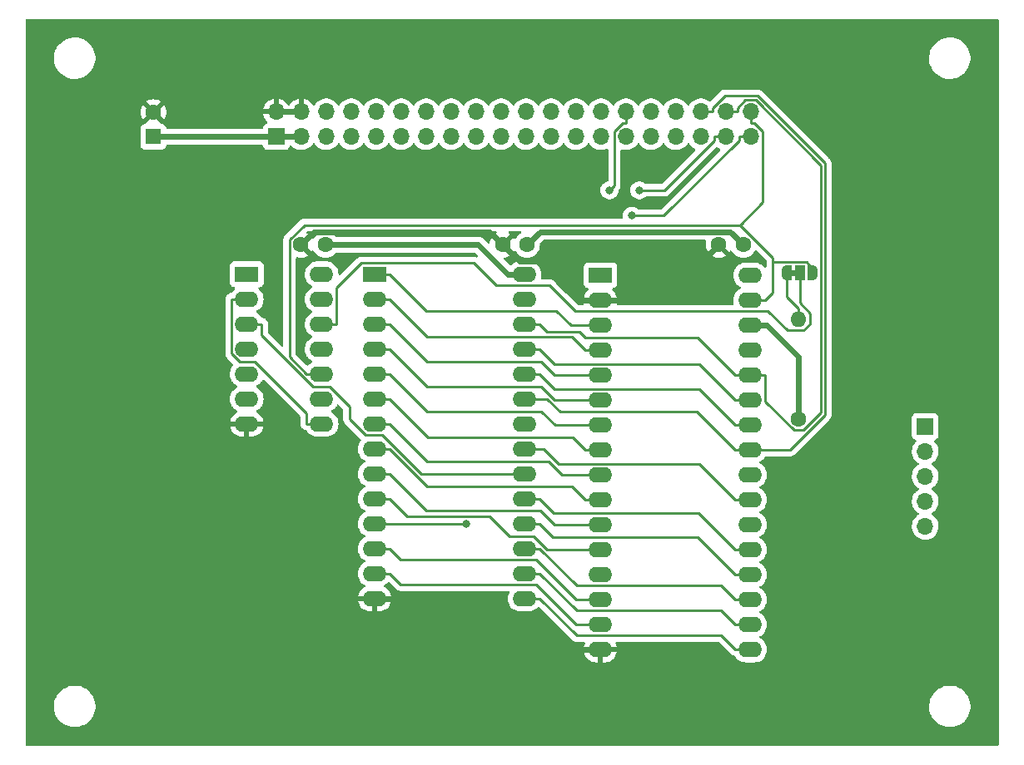
<source format=gtl>
G04 #@! TF.GenerationSoftware,KiCad,Pcbnew,(6.0.4-0)*
G04 #@! TF.CreationDate,2022-11-05T10:29:12+09:00*
G04 #@! TF.ProjectId,KZ80-MSXMEM,4b5a3830-2d4d-4535-984d-454d2e6b6963,rev?*
G04 #@! TF.SameCoordinates,PX8f0d180PY7735940*
G04 #@! TF.FileFunction,Copper,L1,Top*
G04 #@! TF.FilePolarity,Positive*
%FSLAX46Y46*%
G04 Gerber Fmt 4.6, Leading zero omitted, Abs format (unit mm)*
G04 Created by KiCad (PCBNEW (6.0.4-0)) date 2022-11-05 10:29:12*
%MOMM*%
%LPD*%
G01*
G04 APERTURE LIST*
G04 Aperture macros list*
%AMFreePoly0*
4,1,22,0.550000,-0.750000,0.000000,-0.750000,0.000000,-0.745033,-0.079941,-0.743568,-0.215256,-0.701293,-0.333266,-0.622738,-0.424486,-0.514219,-0.481581,-0.384460,-0.499164,-0.250000,-0.500000,-0.250000,-0.500000,0.250000,-0.499164,0.250000,-0.499963,0.256109,-0.478152,0.396186,-0.417904,0.524511,-0.324060,0.630769,-0.204165,0.706417,-0.067858,0.745374,0.000000,0.744959,0.000000,0.750000,
0.550000,0.750000,0.550000,-0.750000,0.550000,-0.750000,$1*%
%AMFreePoly1*
4,1,20,0.000000,0.744959,0.073905,0.744508,0.209726,0.703889,0.328688,0.626782,0.421226,0.519385,0.479903,0.390333,0.500000,0.250000,0.500000,-0.250000,0.499851,-0.262216,0.476331,-0.402017,0.414519,-0.529596,0.319384,-0.634700,0.198574,-0.708877,0.061801,-0.746166,0.000000,-0.745033,0.000000,-0.750000,-0.550000,-0.750000,-0.550000,0.750000,0.000000,0.750000,0.000000,0.744959,
0.000000,0.744959,$1*%
G04 Aperture macros list end*
G04 #@! TA.AperFunction,ComponentPad*
%ADD10C,1.600000*%
G04 #@! TD*
G04 #@! TA.AperFunction,ComponentPad*
%ADD11R,1.600000X1.600000*%
G04 #@! TD*
G04 #@! TA.AperFunction,ComponentPad*
%ADD12R,1.700000X1.700000*%
G04 #@! TD*
G04 #@! TA.AperFunction,ComponentPad*
%ADD13O,1.700000X1.700000*%
G04 #@! TD*
G04 #@! TA.AperFunction,ComponentPad*
%ADD14R,2.400000X1.600000*%
G04 #@! TD*
G04 #@! TA.AperFunction,ComponentPad*
%ADD15O,2.400000X1.600000*%
G04 #@! TD*
G04 #@! TA.AperFunction,ComponentPad*
%ADD16O,1.600000X1.600000*%
G04 #@! TD*
G04 #@! TA.AperFunction,SMDPad,CuDef*
%ADD17FreePoly0,0.000000*%
G04 #@! TD*
G04 #@! TA.AperFunction,SMDPad,CuDef*
%ADD18R,1.000000X1.500000*%
G04 #@! TD*
G04 #@! TA.AperFunction,SMDPad,CuDef*
%ADD19FreePoly1,0.000000*%
G04 #@! TD*
G04 #@! TA.AperFunction,ViaPad*
%ADD20C,0.800000*%
G04 #@! TD*
G04 #@! TA.AperFunction,Conductor*
%ADD21C,0.600000*%
G04 #@! TD*
G04 #@! TA.AperFunction,Conductor*
%ADD22C,0.250000*%
G04 #@! TD*
G04 APERTURE END LIST*
G36*
X78840000Y48330000D02*
G01*
X78340000Y48330000D01*
X78340000Y48930000D01*
X78840000Y48930000D01*
X78840000Y48330000D01*
G37*
D10*
X28500000Y51500000D03*
X31000000Y51500000D03*
D11*
X13500000Y62500000D03*
D10*
X13500000Y65000000D03*
X71000000Y51500000D03*
X73500000Y51500000D03*
X49000000Y51500000D03*
X51500000Y51500000D03*
D12*
X26000000Y62500000D03*
D13*
X26000000Y65040000D03*
X28540000Y62500000D03*
X28540000Y65040000D03*
X31080000Y62500000D03*
X31080000Y65040000D03*
X33620000Y62500000D03*
X33620000Y65040000D03*
X36160000Y62500000D03*
X36160000Y65040000D03*
X38700000Y62500000D03*
X38700000Y65040000D03*
X41240000Y62500000D03*
X41240000Y65040000D03*
X43780000Y62500000D03*
X43780000Y65040000D03*
X46320000Y62500000D03*
X46320000Y65040000D03*
X48860000Y62500000D03*
X48860000Y65040000D03*
X51400000Y62500000D03*
X51400000Y65040000D03*
X53940000Y62500000D03*
X53940000Y65040000D03*
X56480000Y62500000D03*
X56480000Y65040000D03*
X59020000Y62500000D03*
X59020000Y65040000D03*
X61560000Y62500000D03*
X61560000Y65040000D03*
X64100000Y62500000D03*
X64100000Y65040000D03*
X66640000Y62500000D03*
X66640000Y65040000D03*
X69180000Y62500000D03*
X69180000Y65040000D03*
X71720000Y62500000D03*
X71720000Y65040000D03*
X74260000Y62500000D03*
X74260000Y65040000D03*
D12*
X92000000Y33000000D03*
D13*
X92000000Y30460000D03*
X92000000Y27920000D03*
X92000000Y25380000D03*
X92000000Y22840000D03*
D14*
X23000000Y48500000D03*
D15*
X23000000Y45960000D03*
X23000000Y43420000D03*
X23000000Y40880000D03*
X23000000Y38340000D03*
X23000000Y35800000D03*
X23000000Y33260000D03*
X30620000Y33260000D03*
X30620000Y35800000D03*
X30620000Y38340000D03*
X30620000Y40880000D03*
X30620000Y43420000D03*
X30620000Y45960000D03*
X30620000Y48500000D03*
D14*
X36000000Y48500000D03*
D15*
X36000000Y45960000D03*
X36000000Y43420000D03*
X36000000Y40880000D03*
X36000000Y38340000D03*
X36000000Y35800000D03*
X36000000Y33260000D03*
X36000000Y30720000D03*
X36000000Y28180000D03*
X36000000Y25640000D03*
X36000000Y23100000D03*
X36000000Y20560000D03*
X36000000Y18020000D03*
X36000000Y15480000D03*
X51240000Y15480000D03*
X51240000Y18020000D03*
X51240000Y20560000D03*
X51240000Y23100000D03*
X51240000Y25640000D03*
X51240000Y28180000D03*
X51240000Y30720000D03*
X51240000Y33260000D03*
X51240000Y35800000D03*
X51240000Y38340000D03*
X51240000Y40880000D03*
X51240000Y43420000D03*
X51240000Y45960000D03*
X51240000Y48500000D03*
D14*
X58955000Y48390000D03*
D15*
X58955000Y45850000D03*
X58955000Y43310000D03*
X58955000Y40770000D03*
X58955000Y38230000D03*
X58955000Y35690000D03*
X58955000Y33150000D03*
X58955000Y30610000D03*
X58955000Y28070000D03*
X58955000Y25530000D03*
X58955000Y22990000D03*
X58955000Y20450000D03*
X58955000Y17910000D03*
X58955000Y15370000D03*
X58955000Y12830000D03*
X58955000Y10290000D03*
X74195000Y10290000D03*
X74195000Y12830000D03*
X74195000Y15370000D03*
X74195000Y17910000D03*
X74195000Y20450000D03*
X74195000Y22990000D03*
X74195000Y25530000D03*
X74195000Y28070000D03*
X74195000Y30610000D03*
X74195000Y33150000D03*
X74195000Y35690000D03*
X74195000Y38230000D03*
X74195000Y40770000D03*
X74195000Y43310000D03*
X74195000Y45850000D03*
X74195000Y48390000D03*
D10*
X79130000Y33750000D03*
D16*
X79130000Y43910000D03*
D17*
X77940000Y48630000D03*
D18*
X79240000Y48630000D03*
D19*
X80540000Y48630000D03*
D20*
X62166500Y54451000D03*
X62923800Y57045500D03*
X59882000Y57043000D03*
X45329800Y23100000D03*
D21*
X13500000Y62500000D02*
X26000000Y62500000D01*
X26000000Y62500000D02*
X28540000Y62500000D01*
X51500000Y51500000D02*
X52814100Y52814100D01*
X72185900Y52814100D02*
X73500000Y51500000D01*
X79130000Y40075300D02*
X75895300Y43310000D01*
X52814100Y52814100D02*
X72185900Y52814100D01*
X79130000Y33750000D02*
X79130000Y40075300D01*
X31000000Y51500000D02*
X46539700Y51500000D01*
X46539700Y51500000D02*
X49539700Y48500000D01*
X74195000Y43310000D02*
X75895300Y43310000D01*
X51240000Y48500000D02*
X49539700Y48500000D01*
X57254700Y45850000D02*
X53304300Y49800400D01*
X50699600Y49800400D02*
X49000000Y51500000D01*
X37700300Y15480000D02*
X42890300Y10290000D01*
X65350000Y45850000D02*
X58955000Y45850000D01*
X29809100Y52809100D02*
X47690900Y52809100D01*
X26000000Y65040000D02*
X28540000Y65040000D01*
X42890300Y10290000D02*
X58955000Y10290000D01*
X71000000Y51500000D02*
X65350000Y45850000D01*
X28500000Y51500000D02*
X29809100Y52809100D01*
X47690900Y52809100D02*
X49000000Y51500000D01*
X36000000Y15480000D02*
X37700300Y15480000D01*
X58955000Y45850000D02*
X57254700Y45850000D01*
X53304300Y49800400D02*
X50699600Y49800400D01*
D22*
X80540000Y49103800D02*
X80540000Y48630000D01*
X76475200Y49730800D02*
X79913000Y49730800D01*
X28864800Y53514500D02*
X73141100Y53514500D01*
X73141100Y53514500D02*
X76475200Y50180400D01*
X76475200Y50180400D02*
X76475200Y49730800D01*
X79913000Y49730800D02*
X80540000Y49103800D01*
X74260000Y65040000D02*
X74260000Y63864700D01*
X75481700Y55855100D02*
X75481700Y63009200D01*
X74626200Y63864700D02*
X74260000Y63864700D01*
X30620000Y38340000D02*
X29094700Y38340000D01*
X27359600Y52009300D02*
X28864800Y53514500D01*
X76475200Y46604900D02*
X75720300Y45850000D01*
X27359600Y40075100D02*
X27359600Y52009300D01*
X76475200Y49730800D02*
X76475200Y46604900D01*
X73141100Y53514500D02*
X75481700Y55855100D01*
X74195000Y45850000D02*
X75720300Y45850000D01*
X75481700Y63009200D02*
X74626200Y63864700D01*
X29094700Y38340000D02*
X27359600Y40075100D01*
X37525300Y48500000D02*
X41251000Y44774300D01*
X73084700Y62500000D02*
X73084700Y62132700D01*
X55951200Y43310000D02*
X57429700Y43310000D01*
X73084700Y62132700D02*
X65403000Y54451000D01*
X41251000Y44774300D02*
X54486900Y44774300D01*
X74260000Y62500000D02*
X73084700Y62500000D01*
X65403000Y54451000D02*
X62166500Y54451000D01*
X54486900Y44774300D02*
X55951200Y43310000D01*
X58955000Y43310000D02*
X57429700Y43310000D01*
X36000000Y48500000D02*
X37525300Y48500000D01*
X74195000Y38230000D02*
X75720300Y38230000D01*
X78678300Y32606300D02*
X75720300Y35564300D01*
X71720000Y65040000D02*
X72895300Y65040000D01*
X73710200Y66222200D02*
X74741000Y66222200D01*
X57429600Y42040000D02*
X56817600Y42652000D01*
X75720300Y35564300D02*
X75720300Y38230000D01*
X72895300Y65040000D02*
X72895300Y65407300D01*
X74741000Y66222200D02*
X81365600Y59597600D01*
X79583500Y32606300D02*
X78678300Y32606300D01*
X56817600Y42652000D02*
X53533300Y42652000D01*
X72895300Y65407300D02*
X73710200Y66222200D01*
X81365600Y34388400D02*
X79583500Y32606300D01*
X72669700Y38230000D02*
X68859700Y42040000D01*
X53533300Y42652000D02*
X52765300Y43420000D01*
X51240000Y43420000D02*
X52765300Y43420000D01*
X74195000Y38230000D02*
X72669700Y38230000D01*
X68859700Y42040000D02*
X57429600Y42040000D01*
X81365600Y59597600D02*
X81365600Y34388400D01*
X65457500Y57045500D02*
X62923800Y57045500D01*
X56049700Y42150000D02*
X57429700Y40770000D01*
X41335300Y42150000D02*
X56049700Y42150000D01*
X70544700Y62500000D02*
X70544700Y62132700D01*
X71720000Y62500000D02*
X70544700Y62500000D01*
X36000000Y45960000D02*
X37525300Y45960000D01*
X70544700Y62132700D02*
X65457500Y57045500D01*
X58955000Y40770000D02*
X57429700Y40770000D01*
X37525300Y45960000D02*
X41335300Y42150000D01*
X74195000Y30610000D02*
X72669700Y30610000D01*
X70355300Y65040000D02*
X70355300Y65407300D01*
X68785800Y34493900D02*
X54844500Y34493900D01*
X74927400Y66672700D02*
X81816000Y59784100D01*
X72669700Y30610000D02*
X68785800Y34493900D01*
X81816000Y59784100D02*
X81816000Y34166500D01*
X71620700Y66672700D02*
X74927400Y66672700D01*
X70355300Y65407300D02*
X71620700Y66672700D01*
X69180000Y65040000D02*
X70355300Y65040000D01*
X54844500Y34493900D02*
X53538400Y35800000D01*
X81816000Y34166500D02*
X78259500Y30610000D01*
X78259500Y30610000D02*
X74195000Y30610000D01*
X53538400Y35800000D02*
X51240000Y35800000D01*
X53155200Y30720000D02*
X52765300Y30720000D01*
X74195000Y25530000D02*
X72669700Y25530000D01*
X51240000Y30720000D02*
X52765300Y30720000D01*
X54672800Y29202400D02*
X53155200Y30720000D01*
X72669700Y25530000D02*
X68997300Y29202400D01*
X68997300Y29202400D02*
X54672800Y29202400D01*
X51240000Y38340000D02*
X52765300Y38340000D01*
X54289500Y36815800D02*
X69003900Y36815800D01*
X52765300Y38340000D02*
X54289500Y36815800D01*
X69003900Y36815800D02*
X72669700Y33150000D01*
X74195000Y33150000D02*
X72669700Y33150000D01*
X74195000Y35690000D02*
X72669700Y35690000D01*
X54289500Y39355800D02*
X69003900Y39355800D01*
X51240000Y40880000D02*
X52765300Y40880000D01*
X52765300Y40880000D02*
X54289500Y39355800D01*
X69003900Y39355800D02*
X72669700Y35690000D01*
X41335300Y39610000D02*
X37525300Y43420000D01*
X58955000Y38230000D02*
X54285300Y38230000D01*
X54285300Y38230000D02*
X52905300Y39610000D01*
X52905300Y39610000D02*
X41335300Y39610000D01*
X36000000Y43420000D02*
X37525300Y43420000D01*
X36000000Y40880000D02*
X37525300Y40880000D01*
X41335300Y37070000D02*
X37525300Y40880000D01*
X54285300Y35690000D02*
X52905300Y37070000D01*
X52905300Y37070000D02*
X41335300Y37070000D01*
X58955000Y35690000D02*
X57429700Y35690000D01*
X57429700Y35690000D02*
X54285300Y35690000D01*
X58955000Y33150000D02*
X54340800Y33150000D01*
X41335300Y34530000D02*
X37525300Y38340000D01*
X54340800Y33150000D02*
X52960800Y34530000D01*
X61560000Y63864700D02*
X61192600Y63864700D01*
X61192600Y63864700D02*
X60384700Y63056800D01*
X52960800Y34530000D02*
X41335300Y34530000D01*
X60384700Y57545700D02*
X59882000Y57043000D01*
X36000000Y38340000D02*
X37525300Y38340000D01*
X61560000Y65040000D02*
X61560000Y63864700D01*
X60384700Y63056800D02*
X60384700Y57545700D01*
X36000000Y35800000D02*
X37525300Y35800000D01*
X56159800Y31879900D02*
X41445400Y31879900D01*
X58955000Y30610000D02*
X57429700Y30610000D01*
X57429700Y30610000D02*
X56159800Y31879900D01*
X41445400Y31879900D02*
X37525300Y35800000D01*
X36000000Y33260000D02*
X37525300Y33260000D01*
X58955000Y28070000D02*
X57429700Y28070000D01*
X55037000Y28070000D02*
X53657000Y29450000D01*
X57429700Y28070000D02*
X55037000Y28070000D01*
X53657000Y29450000D02*
X41335300Y29450000D01*
X41335300Y29450000D02*
X37525300Y33260000D01*
X58955000Y25530000D02*
X57429700Y25530000D01*
X41335300Y26910000D02*
X37525300Y30720000D01*
X36000000Y30720000D02*
X37525300Y30720000D01*
X56049700Y26910000D02*
X41335300Y26910000D01*
X57429700Y25530000D02*
X56049700Y26910000D01*
X52812300Y24463000D02*
X41242300Y24463000D01*
X58955000Y22990000D02*
X54285300Y22990000D01*
X54285300Y22990000D02*
X52812300Y24463000D01*
X36000000Y28180000D02*
X37525300Y28180000D01*
X41242300Y24463000D02*
X37525300Y28180000D01*
X39311600Y23853700D02*
X47686600Y23853700D01*
X52170200Y21830000D02*
X53550200Y20450000D01*
X47686600Y23853700D02*
X49710300Y21830000D01*
X49710300Y21830000D02*
X52170200Y21830000D01*
X53550200Y20450000D02*
X58955000Y20450000D01*
X37525300Y25640000D02*
X39311600Y23853700D01*
X36000000Y25640000D02*
X37525300Y25640000D01*
X68928100Y24191600D02*
X54213700Y24191600D01*
X72669700Y20450000D02*
X68928100Y24191600D01*
X74195000Y20450000D02*
X72669700Y20450000D01*
X51240000Y25640000D02*
X52765300Y25640000D01*
X54213700Y24191600D02*
X52765300Y25640000D01*
X51240000Y23100000D02*
X52765300Y23100000D01*
X74195000Y17910000D02*
X72669700Y17910000D01*
X72669700Y17910000D02*
X68859700Y21720000D01*
X68859700Y21720000D02*
X54145300Y21720000D01*
X54145300Y21720000D02*
X52765300Y23100000D01*
X51240000Y20560000D02*
X52765300Y20560000D01*
X71255100Y16784600D02*
X56540700Y16784600D01*
X74195000Y15370000D02*
X72669700Y15370000D01*
X72669700Y15370000D02*
X71255100Y16784600D01*
X56540700Y16784600D02*
X52765300Y20560000D01*
X74195000Y12830000D02*
X72669700Y12830000D01*
X51240000Y18020000D02*
X52765300Y18020000D01*
X52765300Y18020000D02*
X56540700Y14244600D01*
X56540700Y14244600D02*
X71255100Y14244600D01*
X71255100Y14244600D02*
X72669700Y12830000D01*
X74195000Y10290000D02*
X72669700Y10290000D01*
X56540700Y11704600D02*
X71255100Y11704600D01*
X71255100Y11704600D02*
X72669700Y10290000D01*
X51240000Y15480000D02*
X52765300Y15480000D01*
X52765300Y15480000D02*
X56540700Y11704600D01*
X38650700Y16894600D02*
X52395400Y16894600D01*
X56460000Y12830000D02*
X58955000Y12830000D01*
X36000000Y18020000D02*
X37525300Y18020000D01*
X37525300Y18020000D02*
X38650700Y16894600D01*
X52395400Y16894600D02*
X56460000Y12830000D01*
X37525300Y20560000D02*
X38650700Y19434600D01*
X38650700Y19434600D02*
X52442800Y19434600D01*
X56507400Y15370000D02*
X58955000Y15370000D01*
X36000000Y20560000D02*
X37525300Y20560000D01*
X52442800Y19434600D02*
X56507400Y15370000D01*
X36000000Y23100000D02*
X45329800Y23100000D01*
X29713500Y37070000D02*
X24525300Y42258200D01*
X35060500Y32134600D02*
X33454600Y33740500D01*
X31415300Y37070000D02*
X29713500Y37070000D01*
X33454600Y33740500D02*
X33454600Y35030700D01*
X51240000Y28180000D02*
X49714700Y28180000D01*
X33454600Y35030700D02*
X31415300Y37070000D01*
X36747600Y32134600D02*
X35060500Y32134600D01*
X23000000Y43420000D02*
X24525300Y43420000D01*
X49714700Y28180000D02*
X40702200Y28180000D01*
X40702200Y28180000D02*
X36747600Y32134600D01*
X24525300Y42258200D02*
X24525300Y43420000D01*
X21474700Y40397900D02*
X21474700Y45960000D01*
X23793300Y39610000D02*
X22262600Y39610000D01*
X23000000Y45960000D02*
X21474700Y45960000D01*
X29094700Y33260000D02*
X29094700Y34308600D01*
X30620000Y33260000D02*
X29094700Y33260000D01*
X22262600Y39610000D02*
X21474700Y40397900D01*
X29094700Y34308600D02*
X23793300Y39610000D01*
X79130000Y43910000D02*
X79130000Y45035300D01*
X77940000Y48630000D02*
X77940000Y46225300D01*
X77940000Y46225300D02*
X79130000Y45035300D01*
X80272100Y43414500D02*
X80272100Y44530100D01*
X32145300Y47147800D02*
X34622900Y49625400D01*
X80272100Y44530100D02*
X79240000Y45562200D01*
X77957600Y42767200D02*
X79624800Y42767200D01*
X79240000Y45562200D02*
X79240000Y48630000D01*
X32145300Y43420000D02*
X32145300Y47147800D01*
X48363000Y47374600D02*
X53755900Y47374600D01*
X56405800Y44724700D02*
X76000100Y44724700D01*
X46112200Y49625400D02*
X48363000Y47374600D01*
X53755900Y47374600D02*
X56405800Y44724700D01*
X76000100Y44724700D02*
X77957600Y42767200D01*
X79624800Y42767200D02*
X80272100Y43414500D01*
X34622900Y49625400D02*
X46112200Y49625400D01*
X30620000Y43420000D02*
X32145300Y43420000D01*
G04 #@! TA.AperFunction,Conductor*
G36*
X99433621Y74471498D02*
G01*
X99480114Y74417842D01*
X99491500Y74365500D01*
X99491500Y634500D01*
X99471498Y566379D01*
X99417842Y519886D01*
X99365500Y508500D01*
X634500Y508500D01*
X566379Y528502D01*
X519886Y582158D01*
X508500Y634500D01*
X508500Y4367297D01*
X3390743Y4367297D01*
X3428268Y4082266D01*
X3504129Y3804964D01*
X3616923Y3540524D01*
X3764561Y3293839D01*
X3944313Y3069472D01*
X4152851Y2871577D01*
X4386317Y2703814D01*
X4390112Y2701805D01*
X4390113Y2701804D01*
X4411869Y2690285D01*
X4640392Y2569288D01*
X4910373Y2470489D01*
X5191264Y2409245D01*
X5219841Y2406996D01*
X5414282Y2391693D01*
X5414291Y2391693D01*
X5416739Y2391500D01*
X5572271Y2391500D01*
X5574407Y2391646D01*
X5574418Y2391646D01*
X5782548Y2405835D01*
X5782554Y2405836D01*
X5786825Y2406127D01*
X5791020Y2406996D01*
X5791022Y2406996D01*
X5927584Y2435277D01*
X6068342Y2464426D01*
X6339343Y2560393D01*
X6594812Y2692250D01*
X6598313Y2694711D01*
X6598317Y2694713D01*
X6712418Y2774905D01*
X6830023Y2857559D01*
X7040622Y3053260D01*
X7222713Y3275732D01*
X7372927Y3520858D01*
X7488483Y3784102D01*
X7567244Y4060594D01*
X7607751Y4345216D01*
X7607845Y4363049D01*
X7607867Y4367297D01*
X92390743Y4367297D01*
X92428268Y4082266D01*
X92504129Y3804964D01*
X92616923Y3540524D01*
X92764561Y3293839D01*
X92944313Y3069472D01*
X93152851Y2871577D01*
X93386317Y2703814D01*
X93390112Y2701805D01*
X93390113Y2701804D01*
X93411869Y2690285D01*
X93640392Y2569288D01*
X93910373Y2470489D01*
X94191264Y2409245D01*
X94219841Y2406996D01*
X94414282Y2391693D01*
X94414291Y2391693D01*
X94416739Y2391500D01*
X94572271Y2391500D01*
X94574407Y2391646D01*
X94574418Y2391646D01*
X94782548Y2405835D01*
X94782554Y2405836D01*
X94786825Y2406127D01*
X94791020Y2406996D01*
X94791022Y2406996D01*
X94927584Y2435277D01*
X95068342Y2464426D01*
X95339343Y2560393D01*
X95594812Y2692250D01*
X95598313Y2694711D01*
X95598317Y2694713D01*
X95712418Y2774905D01*
X95830023Y2857559D01*
X96040622Y3053260D01*
X96222713Y3275732D01*
X96372927Y3520858D01*
X96488483Y3784102D01*
X96567244Y4060594D01*
X96607751Y4345216D01*
X96607845Y4363049D01*
X96609235Y4628417D01*
X96609235Y4628424D01*
X96609257Y4632703D01*
X96571732Y4917734D01*
X96495871Y5195036D01*
X96383077Y5459476D01*
X96235439Y5706161D01*
X96055687Y5930528D01*
X95847149Y6128423D01*
X95613683Y6296186D01*
X95591843Y6307750D01*
X95568654Y6320028D01*
X95359608Y6430712D01*
X95089627Y6529511D01*
X94808736Y6590755D01*
X94777685Y6593199D01*
X94585718Y6608307D01*
X94585709Y6608307D01*
X94583261Y6608500D01*
X94427729Y6608500D01*
X94425593Y6608354D01*
X94425582Y6608354D01*
X94217452Y6594165D01*
X94217446Y6594164D01*
X94213175Y6593873D01*
X94208980Y6593004D01*
X94208978Y6593004D01*
X94072417Y6564724D01*
X93931658Y6535574D01*
X93660657Y6439607D01*
X93405188Y6307750D01*
X93401687Y6305289D01*
X93401683Y6305287D01*
X93391594Y6298196D01*
X93169977Y6142441D01*
X92959378Y5946740D01*
X92777287Y5724268D01*
X92627073Y5479142D01*
X92511517Y5215898D01*
X92432756Y4939406D01*
X92392249Y4654784D01*
X92392227Y4650495D01*
X92392226Y4650488D01*
X92390765Y4371583D01*
X92390743Y4367297D01*
X7607867Y4367297D01*
X7609235Y4628417D01*
X7609235Y4628424D01*
X7609257Y4632703D01*
X7571732Y4917734D01*
X7495871Y5195036D01*
X7383077Y5459476D01*
X7235439Y5706161D01*
X7055687Y5930528D01*
X6847149Y6128423D01*
X6613683Y6296186D01*
X6591843Y6307750D01*
X6568654Y6320028D01*
X6359608Y6430712D01*
X6089627Y6529511D01*
X5808736Y6590755D01*
X5777685Y6593199D01*
X5585718Y6608307D01*
X5585709Y6608307D01*
X5583261Y6608500D01*
X5427729Y6608500D01*
X5425593Y6608354D01*
X5425582Y6608354D01*
X5217452Y6594165D01*
X5217446Y6594164D01*
X5213175Y6593873D01*
X5208980Y6593004D01*
X5208978Y6593004D01*
X5072417Y6564724D01*
X4931658Y6535574D01*
X4660657Y6439607D01*
X4405188Y6307750D01*
X4401687Y6305289D01*
X4401683Y6305287D01*
X4391594Y6298196D01*
X4169977Y6142441D01*
X3959378Y5946740D01*
X3777287Y5724268D01*
X3627073Y5479142D01*
X3511517Y5215898D01*
X3432756Y4939406D01*
X3392249Y4654784D01*
X3392227Y4650495D01*
X3392226Y4650488D01*
X3390765Y4371583D01*
X3390743Y4367297D01*
X508500Y4367297D01*
X508500Y10023478D01*
X57272273Y10023478D01*
X57319764Y9846239D01*
X57323510Y9835947D01*
X57415586Y9638489D01*
X57421069Y9628993D01*
X57546028Y9450533D01*
X57553084Y9442125D01*
X57707125Y9288084D01*
X57715533Y9281028D01*
X57893993Y9156069D01*
X57903489Y9150586D01*
X58100947Y9058510D01*
X58111239Y9054764D01*
X58321688Y8998375D01*
X58332481Y8996472D01*
X58495170Y8982238D01*
X58500635Y8982000D01*
X58682885Y8982000D01*
X58698124Y8986475D01*
X58699329Y8987865D01*
X58701000Y8995548D01*
X58701000Y9000115D01*
X59209000Y9000115D01*
X59213475Y8984876D01*
X59214865Y8983671D01*
X59222548Y8982000D01*
X59409365Y8982000D01*
X59414830Y8982238D01*
X59577519Y8996472D01*
X59588312Y8998375D01*
X59798761Y9054764D01*
X59809053Y9058510D01*
X60006511Y9150586D01*
X60016007Y9156069D01*
X60194467Y9281028D01*
X60202875Y9288084D01*
X60356916Y9442125D01*
X60363972Y9450533D01*
X60488931Y9628993D01*
X60494414Y9638489D01*
X60586490Y9835947D01*
X60590236Y9846239D01*
X60636394Y10018503D01*
X60636058Y10032599D01*
X60628116Y10036000D01*
X59227115Y10036000D01*
X59211876Y10031525D01*
X59210671Y10030135D01*
X59209000Y10022452D01*
X59209000Y9000115D01*
X58701000Y9000115D01*
X58701000Y10017885D01*
X58696525Y10033124D01*
X58695135Y10034329D01*
X58687452Y10036000D01*
X57287033Y10036000D01*
X57273502Y10032027D01*
X57272273Y10023478D01*
X508500Y10023478D01*
X508500Y15213478D01*
X34317273Y15213478D01*
X34364764Y15036239D01*
X34368510Y15025947D01*
X34460586Y14828489D01*
X34466069Y14818993D01*
X34591028Y14640533D01*
X34598084Y14632125D01*
X34752125Y14478084D01*
X34760533Y14471028D01*
X34938993Y14346069D01*
X34948489Y14340586D01*
X35145947Y14248510D01*
X35156239Y14244764D01*
X35366688Y14188375D01*
X35377481Y14186472D01*
X35540170Y14172238D01*
X35545635Y14172000D01*
X35727885Y14172000D01*
X35743124Y14176475D01*
X35744329Y14177865D01*
X35746000Y14185548D01*
X35746000Y14190115D01*
X36254000Y14190115D01*
X36258475Y14174876D01*
X36259865Y14173671D01*
X36267548Y14172000D01*
X36454365Y14172000D01*
X36459830Y14172238D01*
X36622519Y14186472D01*
X36633312Y14188375D01*
X36843761Y14244764D01*
X36854053Y14248510D01*
X37051511Y14340586D01*
X37061007Y14346069D01*
X37239467Y14471028D01*
X37247875Y14478084D01*
X37401916Y14632125D01*
X37408972Y14640533D01*
X37533931Y14818993D01*
X37539414Y14828489D01*
X37631490Y15025947D01*
X37635236Y15036239D01*
X37681394Y15208503D01*
X37681058Y15222599D01*
X37673116Y15226000D01*
X36272115Y15226000D01*
X36256876Y15221525D01*
X36255671Y15220135D01*
X36254000Y15212452D01*
X36254000Y14190115D01*
X35746000Y14190115D01*
X35746000Y15207885D01*
X35741525Y15223124D01*
X35740135Y15224329D01*
X35732452Y15226000D01*
X34332033Y15226000D01*
X34318502Y15222027D01*
X34317273Y15213478D01*
X508500Y15213478D01*
X508500Y32993478D01*
X21317273Y32993478D01*
X21364764Y32816239D01*
X21368510Y32805947D01*
X21460586Y32608489D01*
X21466069Y32598993D01*
X21591028Y32420533D01*
X21598084Y32412125D01*
X21752125Y32258084D01*
X21760533Y32251028D01*
X21938993Y32126069D01*
X21948489Y32120586D01*
X22145947Y32028510D01*
X22156239Y32024764D01*
X22366688Y31968375D01*
X22377481Y31966472D01*
X22540170Y31952238D01*
X22545635Y31952000D01*
X22727885Y31952000D01*
X22743124Y31956475D01*
X22744329Y31957865D01*
X22746000Y31965548D01*
X22746000Y31970115D01*
X23254000Y31970115D01*
X23258475Y31954876D01*
X23259865Y31953671D01*
X23267548Y31952000D01*
X23454365Y31952000D01*
X23459830Y31952238D01*
X23622519Y31966472D01*
X23633312Y31968375D01*
X23843761Y32024764D01*
X23854053Y32028510D01*
X24051511Y32120586D01*
X24061007Y32126069D01*
X24239467Y32251028D01*
X24247875Y32258084D01*
X24401916Y32412125D01*
X24408972Y32420533D01*
X24533931Y32598993D01*
X24539414Y32608489D01*
X24631490Y32805947D01*
X24635236Y32816239D01*
X24681394Y32988503D01*
X24681058Y33002599D01*
X24673116Y33006000D01*
X23272115Y33006000D01*
X23256876Y33001525D01*
X23255671Y33000135D01*
X23254000Y32992452D01*
X23254000Y31970115D01*
X22746000Y31970115D01*
X22746000Y32987885D01*
X22741525Y33003124D01*
X22740135Y33004329D01*
X22732452Y33006000D01*
X21332033Y33006000D01*
X21318502Y33002027D01*
X21317273Y32993478D01*
X508500Y32993478D01*
X508500Y61651866D01*
X12191500Y61651866D01*
X12198255Y61589684D01*
X12249385Y61453295D01*
X12336739Y61336739D01*
X12453295Y61249385D01*
X12589684Y61198255D01*
X12651866Y61191500D01*
X14348134Y61191500D01*
X14410316Y61198255D01*
X14546705Y61249385D01*
X14663261Y61336739D01*
X14750615Y61453295D01*
X14790199Y61558885D01*
X14798972Y61582286D01*
X14798973Y61582289D01*
X14801745Y61589684D01*
X14802372Y61595453D01*
X14837126Y61656291D01*
X14900081Y61689113D01*
X14924493Y61691500D01*
X24518709Y61691500D01*
X24586830Y61671498D01*
X24633323Y61617842D01*
X24643972Y61579108D01*
X24648255Y61539684D01*
X24699385Y61403295D01*
X24786739Y61286739D01*
X24903295Y61199385D01*
X25039684Y61148255D01*
X25101866Y61141500D01*
X26898134Y61141500D01*
X26960316Y61148255D01*
X27096705Y61199385D01*
X27213261Y61286739D01*
X27300615Y61403295D01*
X27316665Y61446109D01*
X27344598Y61520618D01*
X27387240Y61577382D01*
X27453802Y61602082D01*
X27523150Y61586874D01*
X27557817Y61558886D01*
X27586250Y61526062D01*
X27758126Y61383368D01*
X27951000Y61270662D01*
X28159692Y61190970D01*
X28164760Y61189939D01*
X28164763Y61189938D01*
X28253959Y61171791D01*
X28378597Y61146433D01*
X28383772Y61146243D01*
X28383774Y61146243D01*
X28596673Y61138436D01*
X28596677Y61138436D01*
X28601837Y61138247D01*
X28606957Y61138903D01*
X28606959Y61138903D01*
X28818288Y61165975D01*
X28818289Y61165975D01*
X28823416Y61166632D01*
X28840612Y61171791D01*
X29032429Y61229339D01*
X29032434Y61229341D01*
X29037384Y61230826D01*
X29237994Y61329104D01*
X29419860Y61458827D01*
X29578096Y61616511D01*
X29708453Y61797923D01*
X29709776Y61796972D01*
X29756645Y61840143D01*
X29826580Y61852375D01*
X29892026Y61824856D01*
X29919875Y61793006D01*
X29979987Y61694912D01*
X30126250Y61526062D01*
X30298126Y61383368D01*
X30491000Y61270662D01*
X30699692Y61190970D01*
X30704760Y61189939D01*
X30704763Y61189938D01*
X30793959Y61171791D01*
X30918597Y61146433D01*
X30923772Y61146243D01*
X30923774Y61146243D01*
X31136673Y61138436D01*
X31136677Y61138436D01*
X31141837Y61138247D01*
X31146957Y61138903D01*
X31146959Y61138903D01*
X31358288Y61165975D01*
X31358289Y61165975D01*
X31363416Y61166632D01*
X31380612Y61171791D01*
X31572429Y61229339D01*
X31572434Y61229341D01*
X31577384Y61230826D01*
X31777994Y61329104D01*
X31959860Y61458827D01*
X32118096Y61616511D01*
X32248453Y61797923D01*
X32249776Y61796972D01*
X32296645Y61840143D01*
X32366580Y61852375D01*
X32432026Y61824856D01*
X32459875Y61793006D01*
X32519987Y61694912D01*
X32666250Y61526062D01*
X32838126Y61383368D01*
X33031000Y61270662D01*
X33239692Y61190970D01*
X33244760Y61189939D01*
X33244763Y61189938D01*
X33333959Y61171791D01*
X33458597Y61146433D01*
X33463772Y61146243D01*
X33463774Y61146243D01*
X33676673Y61138436D01*
X33676677Y61138436D01*
X33681837Y61138247D01*
X33686957Y61138903D01*
X33686959Y61138903D01*
X33898288Y61165975D01*
X33898289Y61165975D01*
X33903416Y61166632D01*
X33920612Y61171791D01*
X34112429Y61229339D01*
X34112434Y61229341D01*
X34117384Y61230826D01*
X34317994Y61329104D01*
X34499860Y61458827D01*
X34658096Y61616511D01*
X34788453Y61797923D01*
X34789776Y61796972D01*
X34836645Y61840143D01*
X34906580Y61852375D01*
X34972026Y61824856D01*
X34999875Y61793006D01*
X35059987Y61694912D01*
X35206250Y61526062D01*
X35378126Y61383368D01*
X35571000Y61270662D01*
X35779692Y61190970D01*
X35784760Y61189939D01*
X35784763Y61189938D01*
X35873959Y61171791D01*
X35998597Y61146433D01*
X36003772Y61146243D01*
X36003774Y61146243D01*
X36216673Y61138436D01*
X36216677Y61138436D01*
X36221837Y61138247D01*
X36226957Y61138903D01*
X36226959Y61138903D01*
X36438288Y61165975D01*
X36438289Y61165975D01*
X36443416Y61166632D01*
X36460612Y61171791D01*
X36652429Y61229339D01*
X36652434Y61229341D01*
X36657384Y61230826D01*
X36857994Y61329104D01*
X37039860Y61458827D01*
X37198096Y61616511D01*
X37328453Y61797923D01*
X37329776Y61796972D01*
X37376645Y61840143D01*
X37446580Y61852375D01*
X37512026Y61824856D01*
X37539875Y61793006D01*
X37599987Y61694912D01*
X37746250Y61526062D01*
X37918126Y61383368D01*
X38111000Y61270662D01*
X38319692Y61190970D01*
X38324760Y61189939D01*
X38324763Y61189938D01*
X38413959Y61171791D01*
X38538597Y61146433D01*
X38543772Y61146243D01*
X38543774Y61146243D01*
X38756673Y61138436D01*
X38756677Y61138436D01*
X38761837Y61138247D01*
X38766957Y61138903D01*
X38766959Y61138903D01*
X38978288Y61165975D01*
X38978289Y61165975D01*
X38983416Y61166632D01*
X39000612Y61171791D01*
X39192429Y61229339D01*
X39192434Y61229341D01*
X39197384Y61230826D01*
X39397994Y61329104D01*
X39579860Y61458827D01*
X39738096Y61616511D01*
X39868453Y61797923D01*
X39869776Y61796972D01*
X39916645Y61840143D01*
X39986580Y61852375D01*
X40052026Y61824856D01*
X40079875Y61793006D01*
X40139987Y61694912D01*
X40286250Y61526062D01*
X40458126Y61383368D01*
X40651000Y61270662D01*
X40859692Y61190970D01*
X40864760Y61189939D01*
X40864763Y61189938D01*
X40953959Y61171791D01*
X41078597Y61146433D01*
X41083772Y61146243D01*
X41083774Y61146243D01*
X41296673Y61138436D01*
X41296677Y61138436D01*
X41301837Y61138247D01*
X41306957Y61138903D01*
X41306959Y61138903D01*
X41518288Y61165975D01*
X41518289Y61165975D01*
X41523416Y61166632D01*
X41540612Y61171791D01*
X41732429Y61229339D01*
X41732434Y61229341D01*
X41737384Y61230826D01*
X41937994Y61329104D01*
X42119860Y61458827D01*
X42278096Y61616511D01*
X42408453Y61797923D01*
X42409776Y61796972D01*
X42456645Y61840143D01*
X42526580Y61852375D01*
X42592026Y61824856D01*
X42619875Y61793006D01*
X42679987Y61694912D01*
X42826250Y61526062D01*
X42998126Y61383368D01*
X43191000Y61270662D01*
X43399692Y61190970D01*
X43404760Y61189939D01*
X43404763Y61189938D01*
X43493959Y61171791D01*
X43618597Y61146433D01*
X43623772Y61146243D01*
X43623774Y61146243D01*
X43836673Y61138436D01*
X43836677Y61138436D01*
X43841837Y61138247D01*
X43846957Y61138903D01*
X43846959Y61138903D01*
X44058288Y61165975D01*
X44058289Y61165975D01*
X44063416Y61166632D01*
X44080612Y61171791D01*
X44272429Y61229339D01*
X44272434Y61229341D01*
X44277384Y61230826D01*
X44477994Y61329104D01*
X44659860Y61458827D01*
X44818096Y61616511D01*
X44948453Y61797923D01*
X44949776Y61796972D01*
X44996645Y61840143D01*
X45066580Y61852375D01*
X45132026Y61824856D01*
X45159875Y61793006D01*
X45219987Y61694912D01*
X45366250Y61526062D01*
X45538126Y61383368D01*
X45731000Y61270662D01*
X45939692Y61190970D01*
X45944760Y61189939D01*
X45944763Y61189938D01*
X46033959Y61171791D01*
X46158597Y61146433D01*
X46163772Y61146243D01*
X46163774Y61146243D01*
X46376673Y61138436D01*
X46376677Y61138436D01*
X46381837Y61138247D01*
X46386957Y61138903D01*
X46386959Y61138903D01*
X46598288Y61165975D01*
X46598289Y61165975D01*
X46603416Y61166632D01*
X46620612Y61171791D01*
X46812429Y61229339D01*
X46812434Y61229341D01*
X46817384Y61230826D01*
X47017994Y61329104D01*
X47199860Y61458827D01*
X47358096Y61616511D01*
X47488453Y61797923D01*
X47489776Y61796972D01*
X47536645Y61840143D01*
X47606580Y61852375D01*
X47672026Y61824856D01*
X47699875Y61793006D01*
X47759987Y61694912D01*
X47906250Y61526062D01*
X48078126Y61383368D01*
X48271000Y61270662D01*
X48479692Y61190970D01*
X48484760Y61189939D01*
X48484763Y61189938D01*
X48573959Y61171791D01*
X48698597Y61146433D01*
X48703772Y61146243D01*
X48703774Y61146243D01*
X48916673Y61138436D01*
X48916677Y61138436D01*
X48921837Y61138247D01*
X48926957Y61138903D01*
X48926959Y61138903D01*
X49138288Y61165975D01*
X49138289Y61165975D01*
X49143416Y61166632D01*
X49160612Y61171791D01*
X49352429Y61229339D01*
X49352434Y61229341D01*
X49357384Y61230826D01*
X49557994Y61329104D01*
X49739860Y61458827D01*
X49898096Y61616511D01*
X50028453Y61797923D01*
X50029776Y61796972D01*
X50076645Y61840143D01*
X50146580Y61852375D01*
X50212026Y61824856D01*
X50239875Y61793006D01*
X50299987Y61694912D01*
X50446250Y61526062D01*
X50618126Y61383368D01*
X50811000Y61270662D01*
X51019692Y61190970D01*
X51024760Y61189939D01*
X51024763Y61189938D01*
X51113959Y61171791D01*
X51238597Y61146433D01*
X51243772Y61146243D01*
X51243774Y61146243D01*
X51456673Y61138436D01*
X51456677Y61138436D01*
X51461837Y61138247D01*
X51466957Y61138903D01*
X51466959Y61138903D01*
X51678288Y61165975D01*
X51678289Y61165975D01*
X51683416Y61166632D01*
X51700612Y61171791D01*
X51892429Y61229339D01*
X51892434Y61229341D01*
X51897384Y61230826D01*
X52097994Y61329104D01*
X52279860Y61458827D01*
X52438096Y61616511D01*
X52568453Y61797923D01*
X52569776Y61796972D01*
X52616645Y61840143D01*
X52686580Y61852375D01*
X52752026Y61824856D01*
X52779875Y61793006D01*
X52839987Y61694912D01*
X52986250Y61526062D01*
X53158126Y61383368D01*
X53351000Y61270662D01*
X53559692Y61190970D01*
X53564760Y61189939D01*
X53564763Y61189938D01*
X53653959Y61171791D01*
X53778597Y61146433D01*
X53783772Y61146243D01*
X53783774Y61146243D01*
X53996673Y61138436D01*
X53996677Y61138436D01*
X54001837Y61138247D01*
X54006957Y61138903D01*
X54006959Y61138903D01*
X54218288Y61165975D01*
X54218289Y61165975D01*
X54223416Y61166632D01*
X54240612Y61171791D01*
X54432429Y61229339D01*
X54432434Y61229341D01*
X54437384Y61230826D01*
X54637994Y61329104D01*
X54819860Y61458827D01*
X54978096Y61616511D01*
X55108453Y61797923D01*
X55109776Y61796972D01*
X55156645Y61840143D01*
X55226580Y61852375D01*
X55292026Y61824856D01*
X55319875Y61793006D01*
X55379987Y61694912D01*
X55526250Y61526062D01*
X55698126Y61383368D01*
X55891000Y61270662D01*
X56099692Y61190970D01*
X56104760Y61189939D01*
X56104763Y61189938D01*
X56193959Y61171791D01*
X56318597Y61146433D01*
X56323772Y61146243D01*
X56323774Y61146243D01*
X56536673Y61138436D01*
X56536677Y61138436D01*
X56541837Y61138247D01*
X56546957Y61138903D01*
X56546959Y61138903D01*
X56758288Y61165975D01*
X56758289Y61165975D01*
X56763416Y61166632D01*
X56780612Y61171791D01*
X56972429Y61229339D01*
X56972434Y61229341D01*
X56977384Y61230826D01*
X57177994Y61329104D01*
X57359860Y61458827D01*
X57518096Y61616511D01*
X57648453Y61797923D01*
X57649776Y61796972D01*
X57696645Y61840143D01*
X57766580Y61852375D01*
X57832026Y61824856D01*
X57859875Y61793006D01*
X57919987Y61694912D01*
X58066250Y61526062D01*
X58238126Y61383368D01*
X58431000Y61270662D01*
X58639692Y61190970D01*
X58644760Y61189939D01*
X58644763Y61189938D01*
X58733959Y61171791D01*
X58858597Y61146433D01*
X58863772Y61146243D01*
X58863774Y61146243D01*
X59076673Y61138436D01*
X59076677Y61138436D01*
X59081837Y61138247D01*
X59086957Y61138903D01*
X59086959Y61138903D01*
X59298288Y61165975D01*
X59298289Y61165975D01*
X59303416Y61166632D01*
X59320612Y61171791D01*
X59512429Y61229339D01*
X59512434Y61229341D01*
X59517384Y61230826D01*
X59569769Y61256489D01*
X59639741Y61268496D01*
X59705098Y61240766D01*
X59745088Y61182104D01*
X59751200Y61143338D01*
X59751200Y58046027D01*
X59731198Y57977906D01*
X59677542Y57931413D01*
X59651398Y57922780D01*
X59599712Y57911794D01*
X59593682Y57909109D01*
X59593681Y57909109D01*
X59431278Y57836803D01*
X59431276Y57836802D01*
X59425248Y57834118D01*
X59270747Y57721866D01*
X59266326Y57716956D01*
X59266325Y57716955D01*
X59234743Y57681879D01*
X59142960Y57579944D01*
X59139659Y57574226D01*
X59052221Y57422779D01*
X59047473Y57414556D01*
X58988458Y57232928D01*
X58968496Y57043000D01*
X58988458Y56853072D01*
X59047473Y56671444D01*
X59142960Y56506056D01*
X59147378Y56501149D01*
X59147379Y56501148D01*
X59229407Y56410047D01*
X59270747Y56364134D01*
X59425248Y56251882D01*
X59431276Y56249198D01*
X59431278Y56249197D01*
X59588066Y56179391D01*
X59599712Y56174206D01*
X59693113Y56154353D01*
X59780056Y56135872D01*
X59780061Y56135872D01*
X59786513Y56134500D01*
X59977487Y56134500D01*
X59983939Y56135872D01*
X59983944Y56135872D01*
X60070887Y56154353D01*
X60164288Y56174206D01*
X60175934Y56179391D01*
X60332722Y56249197D01*
X60332724Y56249198D01*
X60338752Y56251882D01*
X60493253Y56364134D01*
X60534593Y56410047D01*
X60616621Y56501148D01*
X60616622Y56501149D01*
X60621040Y56506056D01*
X60716527Y56671444D01*
X60775542Y56853072D01*
X60792815Y57017417D01*
X60819828Y57083074D01*
X60826276Y57090501D01*
X60838361Y57103370D01*
X60841115Y57106211D01*
X60860834Y57125930D01*
X60863312Y57129125D01*
X60871018Y57138147D01*
X60895858Y57164599D01*
X60901286Y57170379D01*
X60911046Y57188132D01*
X60921899Y57204655D01*
X60929453Y57214394D01*
X60934313Y57220659D01*
X60951876Y57261243D01*
X60957083Y57271873D01*
X60978395Y57310640D01*
X60980366Y57318317D01*
X60980368Y57318322D01*
X60983432Y57330258D01*
X60989838Y57348970D01*
X60994733Y57360281D01*
X60997881Y57367555D01*
X60999121Y57375383D01*
X60999123Y57375390D01*
X61004799Y57411224D01*
X61007205Y57422844D01*
X61016228Y57457989D01*
X61016228Y57457990D01*
X61018200Y57465670D01*
X61018200Y57485924D01*
X61019751Y57505635D01*
X61021680Y57517814D01*
X61022920Y57525643D01*
X61018759Y57569662D01*
X61018200Y57581519D01*
X61018200Y61070513D01*
X61038202Y61138634D01*
X61091858Y61185127D01*
X61162132Y61195231D01*
X61176878Y61192045D01*
X61179692Y61190970D01*
X61398597Y61146433D01*
X61403772Y61146243D01*
X61403774Y61146243D01*
X61616673Y61138436D01*
X61616677Y61138436D01*
X61621837Y61138247D01*
X61626957Y61138903D01*
X61626959Y61138903D01*
X61838288Y61165975D01*
X61838289Y61165975D01*
X61843416Y61166632D01*
X61860612Y61171791D01*
X62052429Y61229339D01*
X62052434Y61229341D01*
X62057384Y61230826D01*
X62257994Y61329104D01*
X62439860Y61458827D01*
X62598096Y61616511D01*
X62728453Y61797923D01*
X62729776Y61796972D01*
X62776645Y61840143D01*
X62846580Y61852375D01*
X62912026Y61824856D01*
X62939875Y61793006D01*
X62999987Y61694912D01*
X63146250Y61526062D01*
X63318126Y61383368D01*
X63511000Y61270662D01*
X63719692Y61190970D01*
X63724760Y61189939D01*
X63724763Y61189938D01*
X63813959Y61171791D01*
X63938597Y61146433D01*
X63943772Y61146243D01*
X63943774Y61146243D01*
X64156673Y61138436D01*
X64156677Y61138436D01*
X64161837Y61138247D01*
X64166957Y61138903D01*
X64166959Y61138903D01*
X64378288Y61165975D01*
X64378289Y61165975D01*
X64383416Y61166632D01*
X64400612Y61171791D01*
X64592429Y61229339D01*
X64592434Y61229341D01*
X64597384Y61230826D01*
X64797994Y61329104D01*
X64979860Y61458827D01*
X65138096Y61616511D01*
X65268453Y61797923D01*
X65269776Y61796972D01*
X65316645Y61840143D01*
X65386580Y61852375D01*
X65452026Y61824856D01*
X65479875Y61793006D01*
X65539987Y61694912D01*
X65686250Y61526062D01*
X65858126Y61383368D01*
X66051000Y61270662D01*
X66259692Y61190970D01*
X66264760Y61189939D01*
X66264763Y61189938D01*
X66353959Y61171791D01*
X66478597Y61146433D01*
X66483772Y61146243D01*
X66483774Y61146243D01*
X66696673Y61138436D01*
X66696677Y61138436D01*
X66701837Y61138247D01*
X66706957Y61138903D01*
X66706959Y61138903D01*
X66918288Y61165975D01*
X66918289Y61165975D01*
X66923416Y61166632D01*
X66940612Y61171791D01*
X67132429Y61229339D01*
X67132434Y61229341D01*
X67137384Y61230826D01*
X67337994Y61329104D01*
X67519860Y61458827D01*
X67678096Y61616511D01*
X67808453Y61797923D01*
X67809776Y61796972D01*
X67856645Y61840143D01*
X67926580Y61852375D01*
X67992026Y61824856D01*
X68019875Y61793006D01*
X68079987Y61694912D01*
X68226250Y61526062D01*
X68398126Y61383368D01*
X68487131Y61331358D01*
X68573548Y61280860D01*
X68622271Y61229221D01*
X68635342Y61159438D01*
X68608610Y61093666D01*
X68599072Y61082977D01*
X65232000Y57715905D01*
X65169688Y57681879D01*
X65142905Y57679000D01*
X63632000Y57679000D01*
X63563879Y57699002D01*
X63544653Y57715343D01*
X63544380Y57715040D01*
X63539468Y57719463D01*
X63535053Y57724366D01*
X63380552Y57836618D01*
X63374524Y57839302D01*
X63374522Y57839303D01*
X63212119Y57911609D01*
X63212118Y57911609D01*
X63206088Y57914294D01*
X63112687Y57934147D01*
X63025744Y57952628D01*
X63025739Y57952628D01*
X63019287Y57954000D01*
X62828313Y57954000D01*
X62821861Y57952628D01*
X62821856Y57952628D01*
X62734913Y57934147D01*
X62641512Y57914294D01*
X62635482Y57911609D01*
X62635481Y57911609D01*
X62473078Y57839303D01*
X62473076Y57839302D01*
X62467048Y57836618D01*
X62312547Y57724366D01*
X62308126Y57719456D01*
X62308125Y57719455D01*
X62274292Y57681879D01*
X62184760Y57582444D01*
X62089273Y57417056D01*
X62030258Y57235428D01*
X62029568Y57228867D01*
X62029568Y57228865D01*
X62023421Y57170379D01*
X62010296Y57045500D01*
X62030258Y56855572D01*
X62089273Y56673944D01*
X62092576Y56668222D01*
X62092577Y56668221D01*
X62118753Y56622884D01*
X62184760Y56508556D01*
X62189178Y56503649D01*
X62189179Y56503648D01*
X62271252Y56412497D01*
X62312547Y56366634D01*
X62467048Y56254382D01*
X62473076Y56251698D01*
X62473078Y56251697D01*
X62635481Y56179391D01*
X62641512Y56176706D01*
X62734912Y56156853D01*
X62821856Y56138372D01*
X62821861Y56138372D01*
X62828313Y56137000D01*
X63019287Y56137000D01*
X63025739Y56138372D01*
X63025744Y56138372D01*
X63112687Y56156853D01*
X63206088Y56176706D01*
X63212119Y56179391D01*
X63374522Y56251697D01*
X63374524Y56251698D01*
X63380552Y56254382D01*
X63535053Y56366634D01*
X63539468Y56371537D01*
X63544380Y56375960D01*
X63545505Y56374711D01*
X63598814Y56407551D01*
X63632000Y56412000D01*
X65378733Y56412000D01*
X65389916Y56411473D01*
X65397409Y56409798D01*
X65405335Y56410047D01*
X65405336Y56410047D01*
X65465486Y56411938D01*
X65469445Y56412000D01*
X65497356Y56412000D01*
X65501291Y56412497D01*
X65501356Y56412505D01*
X65513193Y56413438D01*
X65545451Y56414452D01*
X65549470Y56414578D01*
X65557389Y56414827D01*
X65576843Y56420479D01*
X65596200Y56424487D01*
X65608430Y56426032D01*
X65608431Y56426032D01*
X65616297Y56427026D01*
X65623668Y56429945D01*
X65623670Y56429945D01*
X65657412Y56443304D01*
X65668642Y56447149D01*
X65703483Y56457271D01*
X65703484Y56457271D01*
X65711093Y56459482D01*
X65717912Y56463515D01*
X65717917Y56463517D01*
X65728528Y56469793D01*
X65746276Y56478488D01*
X65765117Y56485948D01*
X65800887Y56511936D01*
X65810807Y56518452D01*
X65842035Y56536920D01*
X65842038Y56536922D01*
X65848862Y56540958D01*
X65863183Y56555279D01*
X65878217Y56568120D01*
X65888194Y56575369D01*
X65894607Y56580028D01*
X65922798Y56614105D01*
X65930788Y56622884D01*
X70722036Y61414132D01*
X70784348Y61448158D01*
X70855163Y61443093D01*
X70891616Y61421982D01*
X70938126Y61383368D01*
X71027131Y61331358D01*
X71113548Y61280860D01*
X71162271Y61229221D01*
X71175342Y61159438D01*
X71148610Y61093666D01*
X71139072Y61082977D01*
X65177500Y55121405D01*
X65115188Y55087379D01*
X65088405Y55084500D01*
X62874700Y55084500D01*
X62806579Y55104502D01*
X62787353Y55120843D01*
X62787080Y55120540D01*
X62782168Y55124963D01*
X62777753Y55129866D01*
X62623252Y55242118D01*
X62617224Y55244802D01*
X62617222Y55244803D01*
X62454819Y55317109D01*
X62454818Y55317109D01*
X62448788Y55319794D01*
X62355387Y55339647D01*
X62268444Y55358128D01*
X62268439Y55358128D01*
X62261987Y55359500D01*
X62071013Y55359500D01*
X62064561Y55358128D01*
X62064556Y55358128D01*
X61977613Y55339647D01*
X61884212Y55319794D01*
X61878182Y55317109D01*
X61878181Y55317109D01*
X61715778Y55244803D01*
X61715776Y55244802D01*
X61709748Y55242118D01*
X61555247Y55129866D01*
X61550826Y55124956D01*
X61550825Y55124955D01*
X61516992Y55087379D01*
X61427460Y54987944D01*
X61331973Y54822556D01*
X61272958Y54640928D01*
X61252996Y54451000D01*
X61253686Y54444435D01*
X61270215Y54287170D01*
X61257443Y54217332D01*
X61208941Y54165485D01*
X61144905Y54148000D01*
X28943567Y54148000D01*
X28932384Y54148527D01*
X28924891Y54150202D01*
X28916965Y54149953D01*
X28916964Y54149953D01*
X28856814Y54148062D01*
X28852855Y54148000D01*
X28824944Y54148000D01*
X28821010Y54147503D01*
X28821009Y54147503D01*
X28820944Y54147495D01*
X28809107Y54146562D01*
X28777290Y54145562D01*
X28772829Y54145422D01*
X28764910Y54145173D01*
X28747254Y54140044D01*
X28745458Y54139522D01*
X28726106Y54135514D01*
X28719035Y54134620D01*
X28706003Y54132974D01*
X28698634Y54130057D01*
X28698632Y54130056D01*
X28664897Y54116700D01*
X28653669Y54112855D01*
X28611207Y54100518D01*
X28604385Y54096484D01*
X28604379Y54096481D01*
X28593768Y54090206D01*
X28576018Y54081510D01*
X28564556Y54076972D01*
X28564551Y54076969D01*
X28557183Y54074052D01*
X28550768Y54069391D01*
X28521425Y54048073D01*
X28511507Y54041557D01*
X28492819Y54030505D01*
X28473437Y54019042D01*
X28459113Y54004718D01*
X28444081Y53991879D01*
X28427693Y53979972D01*
X28399512Y53945907D01*
X28391522Y53937127D01*
X26967347Y52512952D01*
X26959061Y52505412D01*
X26952582Y52501300D01*
X26947157Y52495523D01*
X26905957Y52451649D01*
X26903202Y52448807D01*
X26883465Y52429070D01*
X26880985Y52425873D01*
X26873282Y52416853D01*
X26843014Y52384621D01*
X26839195Y52377675D01*
X26839193Y52377672D01*
X26833252Y52366866D01*
X26822401Y52350347D01*
X26809986Y52334341D01*
X26806841Y52327072D01*
X26806838Y52327068D01*
X26792426Y52293763D01*
X26787209Y52283113D01*
X26765905Y52244360D01*
X26763934Y52236685D01*
X26763934Y52236684D01*
X26760867Y52224738D01*
X26754463Y52206034D01*
X26746419Y52187445D01*
X26745180Y52179622D01*
X26745177Y52179612D01*
X26739501Y52143776D01*
X26737095Y52132156D01*
X26726100Y52089330D01*
X26726100Y52069076D01*
X26724549Y52049366D01*
X26721380Y52029357D01*
X26725517Y51985598D01*
X26725541Y51985339D01*
X26726100Y51973481D01*
X26726100Y41257495D01*
X26706098Y41189374D01*
X26652442Y41142881D01*
X26582168Y41132777D01*
X26517588Y41162271D01*
X26511005Y41168400D01*
X25195705Y42483700D01*
X25161679Y42546012D01*
X25158800Y42572795D01*
X25158800Y43348207D01*
X25161032Y43371816D01*
X25161090Y43372119D01*
X25161090Y43372123D01*
X25162575Y43379906D01*
X25159049Y43435951D01*
X25158800Y43443862D01*
X25158800Y43459856D01*
X25156794Y43475730D01*
X25156051Y43483598D01*
X25153023Y43531737D01*
X25153023Y43531738D01*
X25152525Y43539650D01*
X25149979Y43547487D01*
X25144806Y43570631D01*
X25144768Y43570935D01*
X25144767Y43570940D01*
X25143774Y43578797D01*
X25140858Y43586162D01*
X25140857Y43586166D01*
X25123101Y43631011D01*
X25120429Y43638430D01*
X25103064Y43691875D01*
X25098814Y43698572D01*
X25098650Y43698831D01*
X25087885Y43719958D01*
X25087771Y43720246D01*
X25087768Y43720251D01*
X25084852Y43727617D01*
X25080196Y43734025D01*
X25080193Y43734031D01*
X25051842Y43773052D01*
X25047392Y43779599D01*
X25017300Y43827018D01*
X25011293Y43832659D01*
X24995612Y43850446D01*
X24995434Y43850691D01*
X24995432Y43850693D01*
X24990772Y43857107D01*
X24982521Y43863933D01*
X24947504Y43892903D01*
X24941570Y43898134D01*
X24906402Y43931158D01*
X24906399Y43931160D01*
X24900621Y43936586D01*
X24893397Y43940558D01*
X24873794Y43953881D01*
X24873554Y43954080D01*
X24873547Y43954084D01*
X24867444Y43959133D01*
X24816624Y43983047D01*
X24809592Y43986629D01*
X24760360Y44013695D01*
X24752685Y44015665D01*
X24752679Y44015668D01*
X24752381Y44015744D01*
X24730072Y44023776D01*
X24729797Y44023906D01*
X24729789Y44023909D01*
X24722618Y44027283D01*
X24667451Y44037806D01*
X24659742Y44039529D01*
X24605330Y44053500D01*
X24602773Y44053500D01*
X24539887Y44080928D01*
X24517545Y44105280D01*
X24513177Y44111519D01*
X24449884Y44201910D01*
X24409357Y44259789D01*
X24409355Y44259792D01*
X24406198Y44264300D01*
X24244300Y44426198D01*
X24239792Y44429355D01*
X24239789Y44429357D01*
X24161611Y44484098D01*
X24056749Y44557523D01*
X24051767Y44559846D01*
X24051762Y44559849D01*
X24017543Y44575805D01*
X23964258Y44622722D01*
X23944797Y44690999D01*
X23965339Y44758959D01*
X24017543Y44804195D01*
X24051762Y44820151D01*
X24051767Y44820154D01*
X24056749Y44822477D01*
X24161611Y44895902D01*
X24239789Y44950643D01*
X24239792Y44950645D01*
X24244300Y44953802D01*
X24406198Y45115700D01*
X24411449Y45123198D01*
X24472942Y45211020D01*
X24537523Y45303251D01*
X24539846Y45308233D01*
X24539849Y45308238D01*
X24631961Y45505775D01*
X24631961Y45505776D01*
X24634284Y45510757D01*
X24635907Y45516812D01*
X24692119Y45726598D01*
X24692119Y45726600D01*
X24693543Y45731913D01*
X24713498Y45960000D01*
X24693543Y46188087D01*
X24689814Y46202003D01*
X24635707Y46403933D01*
X24635706Y46403935D01*
X24634284Y46409243D01*
X24630948Y46416398D01*
X24539849Y46611762D01*
X24539846Y46611767D01*
X24537523Y46616749D01*
X24450451Y46741100D01*
X24409357Y46799789D01*
X24409355Y46799792D01*
X24406198Y46804300D01*
X24244300Y46966198D01*
X24239789Y46969357D01*
X24235576Y46972892D01*
X24236527Y46974026D01*
X24196529Y47024071D01*
X24189224Y47094690D01*
X24221258Y47158049D01*
X24282462Y47194030D01*
X24299517Y47197082D01*
X24310316Y47198255D01*
X24446705Y47249385D01*
X24563261Y47336739D01*
X24650615Y47453295D01*
X24701745Y47589684D01*
X24708500Y47651866D01*
X24708500Y49348134D01*
X24701745Y49410316D01*
X24650615Y49546705D01*
X24563261Y49663261D01*
X24446705Y49750615D01*
X24310316Y49801745D01*
X24248134Y49808500D01*
X21751866Y49808500D01*
X21689684Y49801745D01*
X21553295Y49750615D01*
X21436739Y49663261D01*
X21349385Y49546705D01*
X21298255Y49410316D01*
X21291500Y49348134D01*
X21291500Y47651866D01*
X21298255Y47589684D01*
X21349385Y47453295D01*
X21436739Y47336739D01*
X21553295Y47249385D01*
X21689684Y47198255D01*
X21700474Y47197083D01*
X21702606Y47196197D01*
X21705222Y47195575D01*
X21705121Y47195152D01*
X21766035Y47169845D01*
X21806463Y47111483D01*
X21808922Y47040529D01*
X21772629Y46979510D01*
X21763969Y46972511D01*
X21760207Y46969354D01*
X21755700Y46966198D01*
X21593802Y46804300D01*
X21590645Y46799792D01*
X21590643Y46799789D01*
X21480583Y46642607D01*
X21425126Y46598279D01*
X21385282Y46589127D01*
X21362963Y46587723D01*
X21362962Y46587723D01*
X21355050Y46587225D01*
X21347509Y46584775D01*
X21347213Y46584679D01*
X21324069Y46579506D01*
X21323765Y46579468D01*
X21323760Y46579467D01*
X21315903Y46578474D01*
X21308538Y46575558D01*
X21308534Y46575557D01*
X21263689Y46557801D01*
X21256270Y46555129D01*
X21202825Y46537764D01*
X21196129Y46533514D01*
X21196128Y46533514D01*
X21195869Y46533350D01*
X21174742Y46522585D01*
X21174454Y46522471D01*
X21174449Y46522468D01*
X21167083Y46519552D01*
X21160675Y46514896D01*
X21160669Y46514893D01*
X21121648Y46486542D01*
X21115111Y46482099D01*
X21067682Y46452000D01*
X21062256Y46446222D01*
X21062255Y46446221D01*
X21062041Y46445993D01*
X21044254Y46430312D01*
X21044009Y46430134D01*
X21044007Y46430132D01*
X21037593Y46425472D01*
X21032539Y46419363D01*
X21032538Y46419362D01*
X21001797Y46382204D01*
X20996566Y46376270D01*
X20963542Y46341102D01*
X20963540Y46341099D01*
X20958114Y46335321D01*
X20954145Y46328101D01*
X20940819Y46308494D01*
X20940620Y46308254D01*
X20940616Y46308247D01*
X20935567Y46302144D01*
X20930891Y46292207D01*
X20911653Y46251324D01*
X20908071Y46244292D01*
X20881005Y46195060D01*
X20879035Y46187385D01*
X20879032Y46187379D01*
X20878956Y46187081D01*
X20870924Y46164772D01*
X20870794Y46164497D01*
X20870791Y46164489D01*
X20867417Y46157318D01*
X20856895Y46102157D01*
X20855171Y46094442D01*
X20841200Y46040030D01*
X20841200Y46031793D01*
X20838968Y46008184D01*
X20837425Y46000094D01*
X20840292Y45954525D01*
X20840951Y45944049D01*
X20841200Y45936138D01*
X20841200Y40476667D01*
X20840673Y40465484D01*
X20838998Y40457991D01*
X20839247Y40450065D01*
X20839247Y40450064D01*
X20841138Y40389914D01*
X20841200Y40385955D01*
X20841200Y40358044D01*
X20841697Y40354110D01*
X20841697Y40354109D01*
X20841705Y40354044D01*
X20842638Y40342207D01*
X20844027Y40298011D01*
X20848190Y40283683D01*
X20849678Y40278561D01*
X20853687Y40259200D01*
X20854990Y40248890D01*
X20856226Y40239103D01*
X20859145Y40231732D01*
X20859145Y40231730D01*
X20872504Y40197988D01*
X20876349Y40186758D01*
X20888682Y40144307D01*
X20892715Y40137488D01*
X20892717Y40137483D01*
X20898993Y40126872D01*
X20907688Y40109124D01*
X20915148Y40090283D01*
X20919810Y40083867D01*
X20919810Y40083866D01*
X20941136Y40054513D01*
X20947652Y40044593D01*
X20952512Y40036376D01*
X20970158Y40006538D01*
X20984479Y39992217D01*
X20997319Y39977184D01*
X21009228Y39960793D01*
X21015333Y39955742D01*
X21015338Y39955737D01*
X21043298Y39932606D01*
X21052076Y39924618D01*
X21604003Y39372691D01*
X21638029Y39310379D01*
X21632964Y39239564D01*
X21604003Y39194501D01*
X21593802Y39184300D01*
X21590645Y39179792D01*
X21590643Y39179789D01*
X21555533Y39129646D01*
X21462477Y38996749D01*
X21460154Y38991767D01*
X21460151Y38991762D01*
X21380001Y38819877D01*
X21365716Y38789243D01*
X21364294Y38783935D01*
X21364293Y38783933D01*
X21323134Y38630327D01*
X21306457Y38568087D01*
X21286502Y38340000D01*
X21306457Y38111913D01*
X21307881Y38106600D01*
X21307881Y38106598D01*
X21335932Y38001913D01*
X21365716Y37890757D01*
X21368039Y37885776D01*
X21368039Y37885775D01*
X21460151Y37688238D01*
X21460154Y37688233D01*
X21462477Y37683251D01*
X21523221Y37596500D01*
X21574716Y37522958D01*
X21593802Y37495700D01*
X21755700Y37333802D01*
X21760208Y37330645D01*
X21760211Y37330643D01*
X21838389Y37275902D01*
X21943251Y37202477D01*
X21948233Y37200154D01*
X21948238Y37200151D01*
X21982457Y37184195D01*
X22035742Y37137278D01*
X22055203Y37069001D01*
X22034661Y37001041D01*
X21982457Y36955805D01*
X21948238Y36939849D01*
X21948233Y36939846D01*
X21943251Y36937523D01*
X21876868Y36891041D01*
X21760211Y36809357D01*
X21760208Y36809355D01*
X21755700Y36806198D01*
X21593802Y36644300D01*
X21590645Y36639792D01*
X21590643Y36639789D01*
X21555533Y36589646D01*
X21462477Y36456749D01*
X21460154Y36451767D01*
X21460151Y36451762D01*
X21379409Y36278608D01*
X21365716Y36249243D01*
X21364294Y36243935D01*
X21364293Y36243933D01*
X21307881Y36033402D01*
X21306457Y36028087D01*
X21286502Y35800000D01*
X21306457Y35571913D01*
X21307881Y35566600D01*
X21307881Y35566598D01*
X21356807Y35384007D01*
X21365716Y35350757D01*
X21368039Y35345776D01*
X21368039Y35345775D01*
X21460151Y35148238D01*
X21460154Y35148233D01*
X21462477Y35143251D01*
X21535686Y35038698D01*
X21577813Y34978535D01*
X21593802Y34955700D01*
X21755700Y34793802D01*
X21760208Y34790645D01*
X21760211Y34790643D01*
X21809404Y34756198D01*
X21943251Y34662477D01*
X21948233Y34660154D01*
X21948238Y34660151D01*
X21983049Y34643919D01*
X22036334Y34597002D01*
X22055795Y34528725D01*
X22035253Y34460765D01*
X21983049Y34415529D01*
X21948489Y34399414D01*
X21938993Y34393931D01*
X21760533Y34268972D01*
X21752125Y34261916D01*
X21598084Y34107875D01*
X21591028Y34099467D01*
X21466069Y33921007D01*
X21460586Y33911511D01*
X21368510Y33714053D01*
X21364764Y33703761D01*
X21318606Y33531497D01*
X21318942Y33517401D01*
X21326884Y33514000D01*
X24667967Y33514000D01*
X24681498Y33517973D01*
X24682727Y33526522D01*
X24635236Y33703761D01*
X24631490Y33714053D01*
X24539414Y33911511D01*
X24533931Y33921007D01*
X24408972Y34099467D01*
X24401916Y34107875D01*
X24247875Y34261916D01*
X24239467Y34268972D01*
X24061007Y34393931D01*
X24051511Y34399414D01*
X24016951Y34415529D01*
X23963666Y34462446D01*
X23944205Y34530723D01*
X23964747Y34598683D01*
X24016951Y34643919D01*
X24051762Y34660151D01*
X24051767Y34660154D01*
X24056749Y34662477D01*
X24190596Y34756198D01*
X24239789Y34790643D01*
X24239792Y34790645D01*
X24244300Y34793802D01*
X24406198Y34955700D01*
X24422188Y34978535D01*
X24464314Y35038698D01*
X24537523Y35143251D01*
X24539846Y35148233D01*
X24539849Y35148238D01*
X24631961Y35345775D01*
X24631961Y35345776D01*
X24634284Y35350757D01*
X24643194Y35384007D01*
X24692119Y35566598D01*
X24692119Y35566600D01*
X24693543Y35571913D01*
X24713498Y35800000D01*
X24693543Y36028087D01*
X24692119Y36033402D01*
X24635707Y36243933D01*
X24635706Y36243935D01*
X24634284Y36249243D01*
X24620591Y36278608D01*
X24539849Y36451762D01*
X24539846Y36451767D01*
X24537523Y36456749D01*
X24444467Y36589646D01*
X24409357Y36639789D01*
X24409355Y36639792D01*
X24406198Y36644300D01*
X24244300Y36806198D01*
X24239792Y36809355D01*
X24239789Y36809357D01*
X24123132Y36891041D01*
X24056749Y36937523D01*
X24051767Y36939846D01*
X24051762Y36939849D01*
X24017543Y36955805D01*
X23964258Y37002722D01*
X23944797Y37070999D01*
X23965339Y37138959D01*
X24017543Y37184195D01*
X24051762Y37200151D01*
X24051767Y37200154D01*
X24056749Y37202477D01*
X24161611Y37275902D01*
X24239789Y37330643D01*
X24239792Y37330645D01*
X24244300Y37333802D01*
X24406198Y37495700D01*
X24425285Y37522958D01*
X24476779Y37596500D01*
X24537523Y37683251D01*
X24549479Y37708890D01*
X24552626Y37715638D01*
X24599544Y37768922D01*
X24667822Y37788382D01*
X24735781Y37767839D01*
X24755915Y37751481D01*
X26594788Y35912607D01*
X28424295Y34083100D01*
X28458321Y34020788D01*
X28461200Y33994005D01*
X28461200Y33331793D01*
X28458968Y33308184D01*
X28457425Y33300094D01*
X28460292Y33254525D01*
X28460951Y33244049D01*
X28461200Y33236138D01*
X28461200Y33220144D01*
X28463206Y33204270D01*
X28463948Y33196410D01*
X28467475Y33140350D01*
X28469925Y33132809D01*
X28470021Y33132513D01*
X28475194Y33109369D01*
X28475232Y33109065D01*
X28475233Y33109060D01*
X28476226Y33101203D01*
X28479142Y33093838D01*
X28479143Y33093834D01*
X28496899Y33048989D01*
X28499571Y33041570D01*
X28516936Y32988125D01*
X28521186Y32981429D01*
X28521186Y32981428D01*
X28521350Y32981169D01*
X28532115Y32960042D01*
X28532229Y32959754D01*
X28532232Y32959749D01*
X28535148Y32952383D01*
X28539804Y32945975D01*
X28539807Y32945969D01*
X28568158Y32906948D01*
X28572601Y32900411D01*
X28602700Y32852982D01*
X28608478Y32847556D01*
X28608479Y32847555D01*
X28608707Y32847341D01*
X28624388Y32829554D01*
X28629228Y32822893D01*
X28635337Y32817839D01*
X28635338Y32817838D01*
X28672496Y32787097D01*
X28678430Y32781866D01*
X28713598Y32748842D01*
X28713601Y32748840D01*
X28719379Y32743414D01*
X28726603Y32739442D01*
X28746206Y32726119D01*
X28746446Y32725920D01*
X28746453Y32725916D01*
X28752556Y32720867D01*
X28784008Y32706067D01*
X28803376Y32696953D01*
X28810408Y32693371D01*
X28859640Y32666305D01*
X28867315Y32664335D01*
X28867321Y32664332D01*
X28867619Y32664256D01*
X28889928Y32656224D01*
X28890203Y32656094D01*
X28890211Y32656091D01*
X28897382Y32652717D01*
X28952549Y32642194D01*
X28960258Y32640471D01*
X29014670Y32626500D01*
X29017227Y32626500D01*
X29080113Y32599072D01*
X29102454Y32574721D01*
X29143221Y32516500D01*
X29186004Y32455400D01*
X29213802Y32415700D01*
X29375700Y32253802D01*
X29380208Y32250645D01*
X29380211Y32250643D01*
X29432467Y32214053D01*
X29563251Y32122477D01*
X29568233Y32120154D01*
X29568238Y32120151D01*
X29764765Y32028510D01*
X29770757Y32025716D01*
X29776065Y32024294D01*
X29776067Y32024293D01*
X29986598Y31967881D01*
X29986600Y31967881D01*
X29991913Y31966457D01*
X30090120Y31957865D01*
X30160149Y31951738D01*
X30160156Y31951738D01*
X30162873Y31951500D01*
X31077127Y31951500D01*
X31079844Y31951738D01*
X31079851Y31951738D01*
X31149880Y31957865D01*
X31248087Y31966457D01*
X31253400Y31967881D01*
X31253402Y31967881D01*
X31463933Y32024293D01*
X31463935Y32024294D01*
X31469243Y32025716D01*
X31475235Y32028510D01*
X31671762Y32120151D01*
X31671767Y32120154D01*
X31676749Y32122477D01*
X31807533Y32214053D01*
X31859789Y32250643D01*
X31859792Y32250645D01*
X31864300Y32253802D01*
X32026198Y32415700D01*
X32053997Y32455400D01*
X32096779Y32516500D01*
X32157523Y32603251D01*
X32159846Y32608233D01*
X32159849Y32608238D01*
X32251961Y32805775D01*
X32251961Y32805776D01*
X32254284Y32810757D01*
X32256182Y32817838D01*
X32312119Y33026598D01*
X32312119Y33026600D01*
X32313543Y33031913D01*
X32333498Y33260000D01*
X32313543Y33488087D01*
X32303244Y33526522D01*
X32255707Y33703933D01*
X32255706Y33703935D01*
X32254284Y33709243D01*
X32240591Y33738608D01*
X32159849Y33911762D01*
X32159846Y33911767D01*
X32157523Y33916749D01*
X32064467Y34049646D01*
X32029357Y34099789D01*
X32029355Y34099792D01*
X32026198Y34104300D01*
X31864300Y34266198D01*
X31859792Y34269355D01*
X31859789Y34269357D01*
X31748172Y34347512D01*
X31676749Y34397523D01*
X31671767Y34399846D01*
X31671762Y34399849D01*
X31637543Y34415805D01*
X31584258Y34462722D01*
X31564797Y34530999D01*
X31585339Y34598959D01*
X31637543Y34644195D01*
X31671762Y34660151D01*
X31671767Y34660154D01*
X31676749Y34662477D01*
X31810596Y34756198D01*
X31859789Y34790643D01*
X31859792Y34790645D01*
X31864300Y34793802D01*
X32026198Y34955700D01*
X32042188Y34978535D01*
X32084314Y35038698D01*
X32157523Y35143251D01*
X32169719Y35169405D01*
X32173262Y35177002D01*
X32220180Y35230286D01*
X32288457Y35249746D01*
X32356417Y35229203D01*
X32376551Y35212845D01*
X32784195Y34805201D01*
X32818221Y34742889D01*
X32821100Y34716106D01*
X32821100Y33819267D01*
X32820573Y33808084D01*
X32818898Y33800591D01*
X32819147Y33792665D01*
X32819147Y33792664D01*
X32821038Y33732514D01*
X32821100Y33728555D01*
X32821100Y33700644D01*
X32821597Y33696710D01*
X32821597Y33696709D01*
X32821605Y33696644D01*
X32822538Y33684807D01*
X32823927Y33640611D01*
X32829578Y33621161D01*
X32833587Y33601800D01*
X32836126Y33581703D01*
X32839045Y33574332D01*
X32839045Y33574330D01*
X32852404Y33540588D01*
X32856249Y33529358D01*
X32868582Y33486907D01*
X32872615Y33480088D01*
X32872617Y33480083D01*
X32878893Y33469472D01*
X32887588Y33451724D01*
X32895048Y33432883D01*
X32899710Y33426467D01*
X32899710Y33426466D01*
X32921036Y33397113D01*
X32927552Y33387193D01*
X32950058Y33349138D01*
X32964379Y33334817D01*
X32977219Y33319784D01*
X32989128Y33303393D01*
X32995234Y33298342D01*
X33023205Y33275202D01*
X33031984Y33267212D01*
X34556843Y31742353D01*
X34564387Y31734063D01*
X34568500Y31727582D01*
X34574277Y31722157D01*
X34579331Y31716048D01*
X34578014Y31714959D01*
X34609144Y31661975D01*
X34606305Y31591036D01*
X34590138Y31559068D01*
X34481394Y31403765D01*
X34462477Y31376749D01*
X34460154Y31371767D01*
X34460151Y31371762D01*
X34378256Y31196135D01*
X34365716Y31169243D01*
X34364294Y31163935D01*
X34364293Y31163933D01*
X34328755Y31031305D01*
X34306457Y30948087D01*
X34286502Y30720000D01*
X34306457Y30491913D01*
X34307881Y30486600D01*
X34307881Y30486598D01*
X34335932Y30381913D01*
X34365716Y30270757D01*
X34368039Y30265776D01*
X34368039Y30265775D01*
X34460151Y30068238D01*
X34460154Y30068233D01*
X34462477Y30063251D01*
X34522867Y29977005D01*
X34566004Y29915400D01*
X34593802Y29875700D01*
X34755700Y29713802D01*
X34760208Y29710645D01*
X34760211Y29710643D01*
X34806066Y29678535D01*
X34943251Y29582477D01*
X34948233Y29580154D01*
X34948238Y29580151D01*
X34982457Y29564195D01*
X35035742Y29517278D01*
X35055203Y29449001D01*
X35034661Y29381041D01*
X34982457Y29335805D01*
X34948238Y29319849D01*
X34948233Y29319846D01*
X34943251Y29317523D01*
X34838389Y29244098D01*
X34760211Y29189357D01*
X34760208Y29189355D01*
X34755700Y29186198D01*
X34593802Y29024300D01*
X34590645Y29019792D01*
X34590643Y29019789D01*
X34558487Y28973865D01*
X34462477Y28836749D01*
X34460154Y28831767D01*
X34460151Y28831762D01*
X34379409Y28658608D01*
X34365716Y28629243D01*
X34364294Y28623935D01*
X34364293Y28623933D01*
X34326065Y28481265D01*
X34306457Y28408087D01*
X34286502Y28180000D01*
X34306457Y27951913D01*
X34307881Y27946600D01*
X34307881Y27946598D01*
X34335932Y27841913D01*
X34365716Y27730757D01*
X34368039Y27725776D01*
X34368039Y27725775D01*
X34460151Y27528238D01*
X34460154Y27528233D01*
X34462477Y27523251D01*
X34523221Y27436500D01*
X34580616Y27354532D01*
X34593802Y27335700D01*
X34755700Y27173802D01*
X34760208Y27170645D01*
X34760211Y27170643D01*
X34833521Y27119311D01*
X34943251Y27042477D01*
X34948233Y27040154D01*
X34948238Y27040151D01*
X34982457Y27024195D01*
X35035742Y26977278D01*
X35055203Y26909001D01*
X35034661Y26841041D01*
X34982457Y26795805D01*
X34948238Y26779849D01*
X34948233Y26779846D01*
X34943251Y26777523D01*
X34838389Y26704098D01*
X34760211Y26649357D01*
X34760208Y26649355D01*
X34755700Y26646198D01*
X34593802Y26484300D01*
X34590645Y26479792D01*
X34590643Y26479789D01*
X34555533Y26429647D01*
X34462477Y26296749D01*
X34460154Y26291767D01*
X34460151Y26291762D01*
X34379994Y26119862D01*
X34365716Y26089243D01*
X34364294Y26083935D01*
X34364293Y26083933D01*
X34307881Y25873402D01*
X34306457Y25868087D01*
X34286502Y25640000D01*
X34306457Y25411913D01*
X34307881Y25406600D01*
X34307881Y25406598D01*
X34335932Y25301913D01*
X34365716Y25190757D01*
X34368039Y25185776D01*
X34368039Y25185775D01*
X34460151Y24988238D01*
X34460154Y24988233D01*
X34462477Y24983251D01*
X34523221Y24896500D01*
X34589648Y24801633D01*
X34593802Y24795700D01*
X34755700Y24633802D01*
X34760208Y24630645D01*
X34760211Y24630643D01*
X34827034Y24583853D01*
X34943251Y24502477D01*
X34948233Y24500154D01*
X34948238Y24500151D01*
X34982457Y24484195D01*
X35035742Y24437278D01*
X35055203Y24369001D01*
X35034661Y24301041D01*
X34982457Y24255805D01*
X34948238Y24239849D01*
X34948233Y24239846D01*
X34943251Y24237523D01*
X34838389Y24164098D01*
X34760211Y24109357D01*
X34760208Y24109355D01*
X34755700Y24106198D01*
X34593802Y23944300D01*
X34462477Y23756749D01*
X34460154Y23751767D01*
X34460151Y23751762D01*
X34368039Y23554225D01*
X34365716Y23549243D01*
X34364294Y23543935D01*
X34364293Y23543933D01*
X34325589Y23399488D01*
X34306457Y23328087D01*
X34286502Y23100000D01*
X34306457Y22871913D01*
X34307881Y22866600D01*
X34307881Y22866598D01*
X34343216Y22734729D01*
X34365716Y22650757D01*
X34368039Y22645776D01*
X34368039Y22645775D01*
X34460151Y22448238D01*
X34460154Y22448233D01*
X34462477Y22443251D01*
X34524930Y22354059D01*
X34587460Y22264758D01*
X34593802Y22255700D01*
X34755700Y22093802D01*
X34760208Y22090645D01*
X34760211Y22090643D01*
X34833521Y22039311D01*
X34943251Y21962477D01*
X34948233Y21960154D01*
X34948238Y21960151D01*
X34982457Y21944195D01*
X35035742Y21897278D01*
X35055203Y21829001D01*
X35034661Y21761041D01*
X34982457Y21715805D01*
X34948238Y21699849D01*
X34948233Y21699846D01*
X34943251Y21697523D01*
X34924344Y21684284D01*
X34760211Y21569357D01*
X34760208Y21569355D01*
X34755700Y21566198D01*
X34593802Y21404300D01*
X34590645Y21399792D01*
X34590643Y21399789D01*
X34556755Y21351392D01*
X34462477Y21216749D01*
X34460154Y21211767D01*
X34460151Y21211762D01*
X34381108Y21042252D01*
X34365716Y21009243D01*
X34364294Y21003935D01*
X34364293Y21003933D01*
X34307881Y20793402D01*
X34306457Y20788087D01*
X34286502Y20560000D01*
X34306457Y20331913D01*
X34307881Y20326600D01*
X34307881Y20326598D01*
X34335932Y20221913D01*
X34365716Y20110757D01*
X34368039Y20105776D01*
X34368039Y20105775D01*
X34460151Y19908238D01*
X34460154Y19908233D01*
X34462477Y19903251D01*
X34523221Y19816500D01*
X34566004Y19755400D01*
X34593802Y19715700D01*
X34755700Y19553802D01*
X34760208Y19550645D01*
X34760211Y19550643D01*
X34838389Y19495902D01*
X34943251Y19422477D01*
X34948233Y19420154D01*
X34948238Y19420151D01*
X34982457Y19404195D01*
X35035742Y19357278D01*
X35055203Y19289001D01*
X35034661Y19221041D01*
X34982457Y19175805D01*
X34948238Y19159849D01*
X34948233Y19159846D01*
X34943251Y19157523D01*
X34924344Y19144284D01*
X34760211Y19029357D01*
X34760208Y19029355D01*
X34755700Y19026198D01*
X34593802Y18864300D01*
X34590645Y18859792D01*
X34590643Y18859789D01*
X34549549Y18801100D01*
X34462477Y18676749D01*
X34460154Y18671767D01*
X34460151Y18671762D01*
X34379409Y18498608D01*
X34365716Y18469243D01*
X34364294Y18463935D01*
X34364293Y18463933D01*
X34307881Y18253402D01*
X34306457Y18248087D01*
X34286502Y18020000D01*
X34306457Y17791913D01*
X34307881Y17786600D01*
X34307881Y17786598D01*
X34364121Y17576711D01*
X34365716Y17570757D01*
X34368039Y17565776D01*
X34368039Y17565775D01*
X34460151Y17368238D01*
X34460154Y17368233D01*
X34462477Y17363251D01*
X34523221Y17276500D01*
X34586848Y17185632D01*
X34593802Y17175700D01*
X34755700Y17013802D01*
X34760208Y17010645D01*
X34760211Y17010643D01*
X34838389Y16955902D01*
X34943251Y16882477D01*
X34948233Y16880154D01*
X34948238Y16880151D01*
X34983049Y16863919D01*
X35036334Y16817002D01*
X35055795Y16748725D01*
X35035253Y16680765D01*
X34983049Y16635529D01*
X34948489Y16619414D01*
X34938993Y16613931D01*
X34760533Y16488972D01*
X34752125Y16481916D01*
X34598084Y16327875D01*
X34591028Y16319467D01*
X34466069Y16141007D01*
X34460586Y16131511D01*
X34368510Y15934053D01*
X34364764Y15923761D01*
X34318606Y15751497D01*
X34318942Y15737401D01*
X34326884Y15734000D01*
X37667967Y15734000D01*
X37681498Y15737973D01*
X37682727Y15746522D01*
X37635236Y15923761D01*
X37631490Y15934053D01*
X37539414Y16131511D01*
X37533931Y16141007D01*
X37408972Y16319467D01*
X37401916Y16327875D01*
X37247875Y16481916D01*
X37239467Y16488972D01*
X37061007Y16613931D01*
X37051511Y16619414D01*
X37016951Y16635529D01*
X36963666Y16682446D01*
X36944205Y16750723D01*
X36964747Y16818683D01*
X37016951Y16863919D01*
X37051762Y16880151D01*
X37051767Y16880154D01*
X37056749Y16882477D01*
X37161611Y16955902D01*
X37239789Y17010643D01*
X37239792Y17010645D01*
X37244300Y17013802D01*
X37350851Y17120353D01*
X37413163Y17154379D01*
X37483978Y17149314D01*
X37529041Y17120353D01*
X38147052Y16502342D01*
X38154587Y16494062D01*
X38158700Y16487582D01*
X38164734Y16481916D01*
X38208351Y16440957D01*
X38211193Y16438202D01*
X38230930Y16418465D01*
X38234127Y16415985D01*
X38243147Y16408282D01*
X38275379Y16378014D01*
X38282325Y16374195D01*
X38282328Y16374193D01*
X38293134Y16368252D01*
X38309653Y16357401D01*
X38325659Y16344986D01*
X38332928Y16341841D01*
X38332932Y16341838D01*
X38366237Y16327426D01*
X38376887Y16322209D01*
X38415640Y16300905D01*
X38423315Y16298934D01*
X38423316Y16298934D01*
X38435262Y16295867D01*
X38453967Y16289463D01*
X38472555Y16281419D01*
X38480378Y16280180D01*
X38480388Y16280177D01*
X38516224Y16274501D01*
X38527844Y16272095D01*
X38562989Y16263072D01*
X38570670Y16261100D01*
X38590924Y16261100D01*
X38610634Y16259549D01*
X38630643Y16256380D01*
X38638535Y16257126D01*
X38674661Y16260541D01*
X38686519Y16261100D01*
X49562682Y16261100D01*
X49630803Y16241098D01*
X49677296Y16187442D01*
X49687400Y16117168D01*
X49676877Y16081851D01*
X49640342Y16003500D01*
X49605716Y15929243D01*
X49604294Y15923935D01*
X49604293Y15923933D01*
X49558089Y15751497D01*
X49546457Y15708087D01*
X49526502Y15480000D01*
X49546457Y15251913D01*
X49547881Y15246600D01*
X49547881Y15246598D01*
X49604121Y15036711D01*
X49605716Y15030757D01*
X49608039Y15025776D01*
X49608039Y15025775D01*
X49700151Y14828238D01*
X49700154Y14828233D01*
X49702477Y14823251D01*
X49763221Y14736500D01*
X49826848Y14645632D01*
X49833802Y14635700D01*
X49995700Y14473802D01*
X50000208Y14470645D01*
X50000211Y14470643D01*
X50078389Y14415902D01*
X50183251Y14342477D01*
X50188233Y14340154D01*
X50188238Y14340151D01*
X50384765Y14248510D01*
X50390757Y14245716D01*
X50396065Y14244294D01*
X50396067Y14244293D01*
X50606598Y14187881D01*
X50606600Y14187881D01*
X50611913Y14186457D01*
X50710120Y14177865D01*
X50780149Y14171738D01*
X50780156Y14171738D01*
X50782873Y14171500D01*
X51697127Y14171500D01*
X51699844Y14171738D01*
X51699851Y14171738D01*
X51769880Y14177865D01*
X51868087Y14186457D01*
X51873400Y14187881D01*
X51873402Y14187881D01*
X52083933Y14244293D01*
X52083935Y14244294D01*
X52089243Y14245716D01*
X52095235Y14248510D01*
X52291762Y14340151D01*
X52291767Y14340154D01*
X52296749Y14342477D01*
X52401611Y14415902D01*
X52479789Y14470643D01*
X52479792Y14470645D01*
X52484300Y14473802D01*
X52590852Y14580354D01*
X52653164Y14614380D01*
X52723979Y14609315D01*
X52769042Y14580354D01*
X56037048Y11312347D01*
X56044588Y11304061D01*
X56048700Y11297582D01*
X56054477Y11292157D01*
X56098351Y11250957D01*
X56101193Y11248202D01*
X56120930Y11228465D01*
X56124127Y11225985D01*
X56133147Y11218282D01*
X56165379Y11188014D01*
X56172325Y11184195D01*
X56172328Y11184193D01*
X56183134Y11178252D01*
X56199653Y11167401D01*
X56215659Y11154986D01*
X56222928Y11151841D01*
X56222932Y11151838D01*
X56256237Y11137426D01*
X56266887Y11132209D01*
X56305640Y11110905D01*
X56313315Y11108934D01*
X56313316Y11108934D01*
X56325262Y11105867D01*
X56343967Y11099463D01*
X56362555Y11091419D01*
X56370378Y11090180D01*
X56370388Y11090177D01*
X56406224Y11084501D01*
X56417844Y11082095D01*
X56452989Y11073072D01*
X56460670Y11071100D01*
X56480924Y11071100D01*
X56500634Y11069549D01*
X56520643Y11066380D01*
X56528535Y11067126D01*
X56564661Y11070541D01*
X56576519Y11071100D01*
X57278234Y11071100D01*
X57346355Y11051098D01*
X57392848Y10997442D01*
X57402952Y10927168D01*
X57392429Y10891850D01*
X57323510Y10744053D01*
X57319764Y10733761D01*
X57273606Y10561497D01*
X57273942Y10547401D01*
X57281884Y10544000D01*
X60622967Y10544000D01*
X60636498Y10547973D01*
X60637727Y10556522D01*
X60590236Y10733761D01*
X60586490Y10744053D01*
X60517571Y10891850D01*
X60506910Y10962042D01*
X60535890Y11026854D01*
X60595310Y11065711D01*
X60631766Y11071100D01*
X70940506Y11071100D01*
X71008627Y11051098D01*
X71029601Y11034195D01*
X72166043Y9897753D01*
X72173587Y9889463D01*
X72177700Y9882982D01*
X72183477Y9877557D01*
X72227367Y9836342D01*
X72230209Y9833587D01*
X72249931Y9813865D01*
X72253055Y9811442D01*
X72253059Y9811438D01*
X72253124Y9811388D01*
X72262145Y9803683D01*
X72294379Y9773414D01*
X72301327Y9769595D01*
X72301329Y9769593D01*
X72312132Y9763654D01*
X72328659Y9752798D01*
X72338398Y9745243D01*
X72338400Y9745242D01*
X72344660Y9740386D01*
X72385240Y9722826D01*
X72395888Y9717609D01*
X72434640Y9696305D01*
X72442316Y9694334D01*
X72442319Y9694333D01*
X72454262Y9691267D01*
X72472967Y9684863D01*
X72491555Y9676819D01*
X72499378Y9675580D01*
X72499388Y9675577D01*
X72535224Y9669901D01*
X72546844Y9667495D01*
X72581989Y9658472D01*
X72589670Y9656500D01*
X72592223Y9656500D01*
X72655108Y9629075D01*
X72677454Y9604721D01*
X72788802Y9445700D01*
X72950700Y9283802D01*
X72955208Y9280645D01*
X72955211Y9280643D01*
X73033389Y9225902D01*
X73138251Y9152477D01*
X73143233Y9150154D01*
X73143238Y9150151D01*
X73339765Y9058510D01*
X73345757Y9055716D01*
X73351065Y9054294D01*
X73351067Y9054293D01*
X73561598Y8997881D01*
X73561600Y8997881D01*
X73566913Y8996457D01*
X73665120Y8987865D01*
X73735149Y8981738D01*
X73735156Y8981738D01*
X73737873Y8981500D01*
X74652127Y8981500D01*
X74654844Y8981738D01*
X74654851Y8981738D01*
X74724880Y8987865D01*
X74823087Y8996457D01*
X74828400Y8997881D01*
X74828402Y8997881D01*
X75038933Y9054293D01*
X75038935Y9054294D01*
X75044243Y9055716D01*
X75050235Y9058510D01*
X75246762Y9150151D01*
X75246767Y9150154D01*
X75251749Y9152477D01*
X75356611Y9225902D01*
X75434789Y9280643D01*
X75434792Y9280645D01*
X75439300Y9283802D01*
X75601198Y9445700D01*
X75732523Y9633251D01*
X75734846Y9638233D01*
X75734849Y9638238D01*
X75826961Y9835775D01*
X75826961Y9835776D01*
X75829284Y9840757D01*
X75877970Y10022452D01*
X75887119Y10056598D01*
X75887119Y10056600D01*
X75888543Y10061913D01*
X75908498Y10290000D01*
X75888543Y10518087D01*
X75829284Y10739243D01*
X75741654Y10927168D01*
X75734849Y10941762D01*
X75734846Y10941767D01*
X75732523Y10946749D01*
X75645451Y11071100D01*
X75604357Y11129789D01*
X75604355Y11129792D01*
X75601198Y11134300D01*
X75439300Y11296198D01*
X75434792Y11299355D01*
X75434789Y11299357D01*
X75356611Y11354098D01*
X75251749Y11427523D01*
X75246767Y11429846D01*
X75246762Y11429849D01*
X75212543Y11445805D01*
X75159258Y11492722D01*
X75139797Y11560999D01*
X75160339Y11628959D01*
X75212543Y11674195D01*
X75246762Y11690151D01*
X75246767Y11690154D01*
X75251749Y11692477D01*
X75356611Y11765902D01*
X75434789Y11820643D01*
X75434792Y11820645D01*
X75439300Y11823802D01*
X75601198Y11985700D01*
X75732523Y12173251D01*
X75734846Y12178233D01*
X75734849Y12178238D01*
X75826961Y12375775D01*
X75826961Y12375776D01*
X75829284Y12380757D01*
X75888543Y12601913D01*
X75908498Y12830000D01*
X75888543Y13058087D01*
X75829284Y13279243D01*
X75826959Y13284230D01*
X75734849Y13481762D01*
X75734846Y13481767D01*
X75732523Y13486749D01*
X75645451Y13611100D01*
X75604357Y13669789D01*
X75604355Y13669792D01*
X75601198Y13674300D01*
X75439300Y13836198D01*
X75434792Y13839355D01*
X75434789Y13839357D01*
X75356611Y13894098D01*
X75251749Y13967523D01*
X75246767Y13969846D01*
X75246762Y13969849D01*
X75212543Y13985805D01*
X75159258Y14032722D01*
X75139797Y14100999D01*
X75160339Y14168959D01*
X75212543Y14214195D01*
X75246762Y14230151D01*
X75246767Y14230154D01*
X75251749Y14232477D01*
X75405523Y14340151D01*
X75434789Y14360643D01*
X75434792Y14360645D01*
X75439300Y14363802D01*
X75601198Y14525700D01*
X75732523Y14713251D01*
X75734846Y14718233D01*
X75734849Y14718238D01*
X75826961Y14915775D01*
X75826961Y14915776D01*
X75829284Y14920757D01*
X75860182Y15036067D01*
X75887119Y15136598D01*
X75887119Y15136600D01*
X75888543Y15141913D01*
X75908498Y15370000D01*
X75888543Y15598087D01*
X75860537Y15702607D01*
X75830707Y15813933D01*
X75830706Y15813935D01*
X75829284Y15819243D01*
X75780467Y15923933D01*
X75734849Y16021762D01*
X75734846Y16021767D01*
X75732523Y16026749D01*
X75655500Y16136749D01*
X75604357Y16209789D01*
X75604355Y16209792D01*
X75601198Y16214300D01*
X75439300Y16376198D01*
X75434792Y16379355D01*
X75434789Y16379357D01*
X75288319Y16481916D01*
X75251749Y16507523D01*
X75246767Y16509846D01*
X75246762Y16509849D01*
X75212543Y16525805D01*
X75159258Y16572722D01*
X75139797Y16640999D01*
X75160339Y16708959D01*
X75212543Y16754195D01*
X75246762Y16770151D01*
X75246767Y16770154D01*
X75251749Y16772477D01*
X75356611Y16845902D01*
X75434789Y16900643D01*
X75434792Y16900645D01*
X75439300Y16903802D01*
X75601198Y17065700D01*
X75732523Y17253251D01*
X75734846Y17258233D01*
X75734849Y17258238D01*
X75826961Y17455775D01*
X75826961Y17455776D01*
X75829284Y17460757D01*
X75847568Y17528991D01*
X75887119Y17676598D01*
X75887119Y17676600D01*
X75888543Y17681913D01*
X75908498Y17910000D01*
X75888543Y18138087D01*
X75860537Y18242607D01*
X75830707Y18353933D01*
X75830706Y18353935D01*
X75829284Y18359243D01*
X75780467Y18463933D01*
X75734849Y18561762D01*
X75734846Y18561767D01*
X75732523Y18566749D01*
X75635522Y18705280D01*
X75604357Y18749789D01*
X75604355Y18749792D01*
X75601198Y18754300D01*
X75439300Y18916198D01*
X75434792Y18919355D01*
X75434789Y18919357D01*
X75346815Y18980957D01*
X75251749Y19047523D01*
X75246767Y19049846D01*
X75246762Y19049849D01*
X75212543Y19065805D01*
X75159258Y19112722D01*
X75139797Y19180999D01*
X75160339Y19248959D01*
X75212543Y19294195D01*
X75246762Y19310151D01*
X75246767Y19310154D01*
X75251749Y19312477D01*
X75408845Y19422477D01*
X75434789Y19440643D01*
X75434792Y19440645D01*
X75439300Y19443802D01*
X75601198Y19605700D01*
X75732523Y19793251D01*
X75734846Y19798233D01*
X75734849Y19798238D01*
X75826961Y19995775D01*
X75826961Y19995776D01*
X75829284Y20000757D01*
X75847568Y20068991D01*
X75887119Y20216598D01*
X75887119Y20216600D01*
X75888543Y20221913D01*
X75908498Y20450000D01*
X75888543Y20678087D01*
X75860537Y20782607D01*
X75830707Y20893933D01*
X75830706Y20893935D01*
X75829284Y20899243D01*
X75795149Y20972446D01*
X75734849Y21101762D01*
X75734846Y21101767D01*
X75732523Y21106749D01*
X75652343Y21221257D01*
X75604357Y21289789D01*
X75604355Y21289792D01*
X75601198Y21294300D01*
X75439300Y21456198D01*
X75434792Y21459355D01*
X75434789Y21459357D01*
X75329880Y21532815D01*
X75251749Y21587523D01*
X75246767Y21589846D01*
X75246762Y21589849D01*
X75212543Y21605805D01*
X75159258Y21652722D01*
X75139797Y21720999D01*
X75160339Y21788959D01*
X75212543Y21834195D01*
X75246762Y21850151D01*
X75246767Y21850154D01*
X75251749Y21852477D01*
X75405523Y21960151D01*
X75434789Y21980643D01*
X75434792Y21980645D01*
X75439300Y21983802D01*
X75601198Y22145700D01*
X75638211Y22198559D01*
X75681380Y22260211D01*
X75732523Y22333251D01*
X75734846Y22338233D01*
X75734849Y22338238D01*
X75826961Y22535775D01*
X75826961Y22535776D01*
X75829284Y22540757D01*
X75857279Y22645233D01*
X75887119Y22756598D01*
X75887119Y22756600D01*
X75888543Y22761913D01*
X75898289Y22873305D01*
X90637251Y22873305D01*
X90637548Y22868152D01*
X90637548Y22868149D01*
X90643011Y22773410D01*
X90650110Y22650285D01*
X90651247Y22645239D01*
X90651248Y22645233D01*
X90669768Y22563056D01*
X90699222Y22432361D01*
X90757218Y22289533D01*
X90779812Y22233891D01*
X90783266Y22225384D01*
X90799674Y22198608D01*
X90852593Y22112253D01*
X90899987Y22034912D01*
X91046250Y21866062D01*
X91218126Y21723368D01*
X91411000Y21610662D01*
X91619692Y21530970D01*
X91624760Y21529939D01*
X91624763Y21529938D01*
X91732017Y21508117D01*
X91838597Y21486433D01*
X91843772Y21486243D01*
X91843774Y21486243D01*
X92056673Y21478436D01*
X92056677Y21478436D01*
X92061837Y21478247D01*
X92066957Y21478903D01*
X92066959Y21478903D01*
X92278288Y21505975D01*
X92278289Y21505975D01*
X92283416Y21506632D01*
X92288366Y21508117D01*
X92492429Y21569339D01*
X92492434Y21569341D01*
X92497384Y21570826D01*
X92697994Y21669104D01*
X92879860Y21798827D01*
X93038096Y21956511D01*
X93057707Y21983802D01*
X93165435Y22133723D01*
X93168453Y22137923D01*
X93187469Y22176398D01*
X93265136Y22333547D01*
X93265137Y22333549D01*
X93267430Y22338189D01*
X93327460Y22535770D01*
X93330865Y22546977D01*
X93330865Y22546979D01*
X93332370Y22551931D01*
X93361529Y22773410D01*
X93363156Y22840000D01*
X93344852Y23062639D01*
X93290431Y23279298D01*
X93201354Y23484160D01*
X93099397Y23641762D01*
X93082822Y23667383D01*
X93082820Y23667386D01*
X93080014Y23671723D01*
X92929670Y23836949D01*
X92925619Y23840148D01*
X92925615Y23840152D01*
X92758414Y23972200D01*
X92758410Y23972202D01*
X92754359Y23975402D01*
X92713053Y23998204D01*
X92663084Y24048636D01*
X92648312Y24118079D01*
X92673428Y24184484D01*
X92700780Y24211091D01*
X92769348Y24260000D01*
X92879860Y24338827D01*
X93038096Y24496511D01*
X93049465Y24512332D01*
X93165435Y24673723D01*
X93168453Y24677923D01*
X93180499Y24702295D01*
X93265136Y24873547D01*
X93265137Y24873549D01*
X93267430Y24878189D01*
X93308515Y25013414D01*
X93330865Y25086977D01*
X93330865Y25086979D01*
X93332370Y25091931D01*
X93361529Y25313410D01*
X93363156Y25380000D01*
X93344852Y25602639D01*
X93290431Y25819298D01*
X93201354Y26024160D01*
X93139442Y26119862D01*
X93082822Y26207383D01*
X93082820Y26207386D01*
X93080014Y26211723D01*
X92929670Y26376949D01*
X92925619Y26380148D01*
X92925615Y26380152D01*
X92758414Y26512200D01*
X92758410Y26512202D01*
X92754359Y26515402D01*
X92713053Y26538204D01*
X92663084Y26588636D01*
X92648312Y26658079D01*
X92673428Y26724484D01*
X92700780Y26751091D01*
X92769348Y26800000D01*
X92879860Y26878827D01*
X93038096Y27036511D01*
X93057707Y27063802D01*
X93165435Y27213723D01*
X93168453Y27217923D01*
X93213622Y27309315D01*
X93265136Y27413547D01*
X93265137Y27413549D01*
X93267430Y27418189D01*
X93313138Y27568632D01*
X93330865Y27626977D01*
X93330865Y27626979D01*
X93332370Y27631931D01*
X93361529Y27853410D01*
X93363156Y27920000D01*
X93344852Y28142639D01*
X93290431Y28359298D01*
X93201354Y28564160D01*
X93140253Y28658608D01*
X93082822Y28747383D01*
X93082820Y28747386D01*
X93080014Y28751723D01*
X92929670Y28916949D01*
X92925619Y28920148D01*
X92925615Y28920152D01*
X92758414Y29052200D01*
X92758410Y29052202D01*
X92754359Y29055402D01*
X92713053Y29078204D01*
X92663084Y29128636D01*
X92648312Y29198079D01*
X92673428Y29264484D01*
X92700780Y29291091D01*
X92769348Y29340000D01*
X92879860Y29418827D01*
X93038096Y29576511D01*
X93057707Y29603802D01*
X93165435Y29753723D01*
X93168453Y29757923D01*
X93174212Y29769574D01*
X93265136Y29953547D01*
X93265137Y29953549D01*
X93267430Y29958189D01*
X93308515Y30093414D01*
X93330865Y30166977D01*
X93330865Y30166979D01*
X93332370Y30171931D01*
X93361529Y30393410D01*
X93363156Y30460000D01*
X93344852Y30682639D01*
X93290431Y30899298D01*
X93201354Y31104160D01*
X93141853Y31196135D01*
X93082822Y31287383D01*
X93082820Y31287386D01*
X93080014Y31291723D01*
X93065650Y31307509D01*
X92932798Y31453512D01*
X92901746Y31517358D01*
X92910141Y31587857D01*
X92955317Y31642625D01*
X92981761Y31656294D01*
X93088297Y31696233D01*
X93096705Y31699385D01*
X93213261Y31786739D01*
X93300615Y31903295D01*
X93351745Y32039684D01*
X93358500Y32101866D01*
X93358500Y33898134D01*
X93351745Y33960316D01*
X93300615Y34096705D01*
X93213261Y34213261D01*
X93096705Y34300615D01*
X92960316Y34351745D01*
X92898134Y34358500D01*
X91101866Y34358500D01*
X91039684Y34351745D01*
X90903295Y34300615D01*
X90786739Y34213261D01*
X90699385Y34096705D01*
X90648255Y33960316D01*
X90641500Y33898134D01*
X90641500Y32101866D01*
X90648255Y32039684D01*
X90699385Y31903295D01*
X90786739Y31786739D01*
X90903295Y31699385D01*
X90911704Y31696233D01*
X90911705Y31696232D01*
X91020451Y31655465D01*
X91077216Y31612824D01*
X91101916Y31546262D01*
X91086709Y31476913D01*
X91067316Y31450432D01*
X91044199Y31426242D01*
X90980413Y31359493D01*
X90940629Y31317862D01*
X90937715Y31313590D01*
X90937714Y31313589D01*
X90913915Y31278701D01*
X90814743Y31133320D01*
X90720688Y30930695D01*
X90660989Y30715430D01*
X90637251Y30493305D01*
X90637548Y30488152D01*
X90637548Y30488149D01*
X90643011Y30393410D01*
X90650110Y30270285D01*
X90651247Y30265239D01*
X90651248Y30265233D01*
X90666500Y30197557D01*
X90699222Y30052361D01*
X90751051Y29924720D01*
X90772746Y29871293D01*
X90783266Y29845384D01*
X90813470Y29796095D01*
X90881761Y29684655D01*
X90899987Y29654912D01*
X91046250Y29486062D01*
X91218126Y29343368D01*
X91231069Y29335805D01*
X91291445Y29300524D01*
X91340169Y29248886D01*
X91353240Y29179103D01*
X91326509Y29113331D01*
X91286055Y29079973D01*
X91273607Y29073493D01*
X91269474Y29070390D01*
X91269471Y29070388D01*
X91132769Y28967749D01*
X91094965Y28939365D01*
X91057716Y28900386D01*
X90972402Y28811110D01*
X90940629Y28777862D01*
X90937715Y28773590D01*
X90937714Y28773589D01*
X90895101Y28711121D01*
X90814743Y28593320D01*
X90799003Y28559410D01*
X90729783Y28410288D01*
X90720688Y28390695D01*
X90660989Y28175430D01*
X90637251Y27953305D01*
X90637548Y27948152D01*
X90637548Y27948149D01*
X90643011Y27853410D01*
X90650110Y27730285D01*
X90651247Y27725239D01*
X90651248Y27725233D01*
X90671119Y27637061D01*
X90699222Y27512361D01*
X90783266Y27305384D01*
X90899987Y27114912D01*
X91046250Y26946062D01*
X91218126Y26803368D01*
X91231069Y26795805D01*
X91291445Y26760524D01*
X91340169Y26708886D01*
X91353240Y26639103D01*
X91326509Y26573331D01*
X91286055Y26539973D01*
X91273607Y26533493D01*
X91269474Y26530390D01*
X91269471Y26530388D01*
X91099100Y26402470D01*
X91094965Y26399365D01*
X91062357Y26365243D01*
X91010777Y26311267D01*
X90940629Y26237862D01*
X90937715Y26233590D01*
X90937714Y26233589D01*
X90895101Y26171121D01*
X90814743Y26053320D01*
X90720688Y25850695D01*
X90660989Y25635430D01*
X90637251Y25413305D01*
X90637548Y25408152D01*
X90637548Y25408149D01*
X90643011Y25313410D01*
X90650110Y25190285D01*
X90651247Y25185239D01*
X90651248Y25185233D01*
X90666500Y25117557D01*
X90699222Y24972361D01*
X90737441Y24878238D01*
X90776731Y24781479D01*
X90783266Y24765384D01*
X90801053Y24736358D01*
X90882136Y24604043D01*
X90899987Y24574912D01*
X91046250Y24406062D01*
X91218126Y24263368D01*
X91231069Y24255805D01*
X91291445Y24220524D01*
X91340169Y24168886D01*
X91353240Y24099103D01*
X91326509Y24033331D01*
X91286055Y23999973D01*
X91273607Y23993493D01*
X91269474Y23990390D01*
X91269471Y23990388D01*
X91130816Y23886283D01*
X91094965Y23859365D01*
X90940629Y23697862D01*
X90937715Y23693590D01*
X90937714Y23693589D01*
X90852556Y23568751D01*
X90814743Y23513320D01*
X90720688Y23310695D01*
X90660989Y23095430D01*
X90637251Y22873305D01*
X75898289Y22873305D01*
X75908498Y22990000D01*
X75888543Y23218087D01*
X75873486Y23274280D01*
X75830707Y23433933D01*
X75830706Y23433935D01*
X75829284Y23439243D01*
X75794742Y23513320D01*
X75734849Y23641762D01*
X75734846Y23641767D01*
X75732523Y23646749D01*
X75618565Y23809498D01*
X75604357Y23829789D01*
X75604355Y23829792D01*
X75601198Y23834300D01*
X75439300Y23996198D01*
X75434792Y23999355D01*
X75434789Y23999357D01*
X75295850Y24096643D01*
X75251749Y24127523D01*
X75246767Y24129846D01*
X75246762Y24129849D01*
X75212543Y24145805D01*
X75159258Y24192722D01*
X75139797Y24260999D01*
X75160339Y24328959D01*
X75212543Y24374195D01*
X75246762Y24390151D01*
X75246767Y24390154D01*
X75251749Y24392477D01*
X75405523Y24500151D01*
X75434789Y24520643D01*
X75434792Y24520645D01*
X75439300Y24523802D01*
X75601198Y24685700D01*
X75619619Y24712007D01*
X75682375Y24801633D01*
X75732523Y24873251D01*
X75734846Y24878233D01*
X75734849Y24878238D01*
X75826961Y25075775D01*
X75826961Y25075776D01*
X75829284Y25080757D01*
X75833503Y25096500D01*
X75887119Y25296598D01*
X75887119Y25296600D01*
X75888543Y25301913D01*
X75908498Y25530000D01*
X75888543Y25758087D01*
X75873486Y25814280D01*
X75830707Y25973933D01*
X75830706Y25973935D01*
X75829284Y25979243D01*
X75794742Y26053320D01*
X75734849Y26181762D01*
X75734846Y26181767D01*
X75732523Y26186749D01*
X75652343Y26301257D01*
X75604357Y26369789D01*
X75604355Y26369792D01*
X75601198Y26374300D01*
X75439300Y26536198D01*
X75434792Y26539355D01*
X75434789Y26539357D01*
X75295850Y26636643D01*
X75251749Y26667523D01*
X75246767Y26669846D01*
X75246762Y26669849D01*
X75212543Y26685805D01*
X75159258Y26732722D01*
X75139797Y26800999D01*
X75160339Y26868959D01*
X75212543Y26914195D01*
X75246762Y26930151D01*
X75246767Y26930154D01*
X75251749Y26932477D01*
X75405523Y27040151D01*
X75434789Y27060643D01*
X75434792Y27060645D01*
X75439300Y27063802D01*
X75601198Y27225700D01*
X75656994Y27305384D01*
X75706019Y27375400D01*
X75732523Y27413251D01*
X75734846Y27418233D01*
X75734849Y27418238D01*
X75826961Y27615775D01*
X75826961Y27615776D01*
X75829284Y27620757D01*
X75857279Y27725233D01*
X75887119Y27836598D01*
X75887119Y27836600D01*
X75888543Y27841913D01*
X75908498Y28070000D01*
X75888543Y28298087D01*
X75873486Y28354280D01*
X75830707Y28513933D01*
X75830706Y28513935D01*
X75829284Y28519243D01*
X75823338Y28531995D01*
X75734849Y28721762D01*
X75734846Y28721767D01*
X75732523Y28726749D01*
X75601198Y28914300D01*
X75439300Y29076198D01*
X75434792Y29079355D01*
X75434789Y29079357D01*
X75295850Y29176643D01*
X75251749Y29207523D01*
X75246767Y29209846D01*
X75246762Y29209849D01*
X75212543Y29225805D01*
X75159258Y29272722D01*
X75139797Y29340999D01*
X75160339Y29408959D01*
X75212543Y29454195D01*
X75246762Y29470151D01*
X75246767Y29470154D01*
X75251749Y29472477D01*
X75405523Y29580151D01*
X75434789Y29600643D01*
X75434792Y29600645D01*
X75439300Y29603802D01*
X75601198Y29765700D01*
X75604357Y29770211D01*
X75711181Y29922771D01*
X75766638Y29967099D01*
X75814394Y29976500D01*
X78180733Y29976500D01*
X78191916Y29975973D01*
X78199409Y29974298D01*
X78207335Y29974547D01*
X78207336Y29974547D01*
X78267486Y29976438D01*
X78271445Y29976500D01*
X78299356Y29976500D01*
X78303291Y29976997D01*
X78303356Y29977005D01*
X78315193Y29977938D01*
X78347451Y29978952D01*
X78351470Y29979078D01*
X78359389Y29979327D01*
X78378843Y29984979D01*
X78398200Y29988987D01*
X78410430Y29990532D01*
X78410431Y29990532D01*
X78418297Y29991526D01*
X78425668Y29994445D01*
X78425670Y29994445D01*
X78459412Y30007804D01*
X78470642Y30011649D01*
X78505483Y30021771D01*
X78505484Y30021771D01*
X78513093Y30023982D01*
X78519912Y30028015D01*
X78519917Y30028017D01*
X78530528Y30034293D01*
X78548276Y30042988D01*
X78567117Y30050448D01*
X78602887Y30076436D01*
X78612807Y30082952D01*
X78644035Y30101420D01*
X78644038Y30101422D01*
X78650862Y30105458D01*
X78665183Y30119779D01*
X78680217Y30132620D01*
X78690194Y30139869D01*
X78696607Y30144528D01*
X78724798Y30178605D01*
X78732788Y30187384D01*
X82208247Y33662843D01*
X82216537Y33670387D01*
X82223018Y33674500D01*
X82243874Y33696709D01*
X82269658Y33724167D01*
X82272413Y33727009D01*
X82292135Y33746731D01*
X82294612Y33749924D01*
X82302317Y33758945D01*
X82313786Y33771159D01*
X82332586Y33791179D01*
X82340051Y33804758D01*
X82342346Y33808932D01*
X82353202Y33825459D01*
X82360757Y33835198D01*
X82360758Y33835200D01*
X82365614Y33841460D01*
X82383174Y33882040D01*
X82388391Y33892688D01*
X82405875Y33924491D01*
X82405876Y33924493D01*
X82409695Y33931440D01*
X82414733Y33951063D01*
X82421137Y33969766D01*
X82426033Y33981080D01*
X82426033Y33981081D01*
X82429181Y33988355D01*
X82430420Y33996178D01*
X82430423Y33996188D01*
X82436099Y34032024D01*
X82438505Y34043644D01*
X82447528Y34078789D01*
X82447528Y34078790D01*
X82449500Y34086470D01*
X82449500Y34106724D01*
X82451051Y34126435D01*
X82452980Y34138614D01*
X82454220Y34146443D01*
X82450059Y34190462D01*
X82449500Y34202319D01*
X82449500Y59705332D01*
X82450027Y59716515D01*
X82451702Y59724008D01*
X82449562Y59792099D01*
X82449500Y59796056D01*
X82449500Y59823956D01*
X82448996Y59827947D01*
X82448063Y59839789D01*
X82446923Y59876064D01*
X82446674Y59883989D01*
X82441021Y59903448D01*
X82437012Y59922807D01*
X82436846Y59924117D01*
X82434474Y59942897D01*
X82431558Y59950263D01*
X82431556Y59950269D01*
X82418200Y59984002D01*
X82414355Y59995232D01*
X82404230Y60030083D01*
X82404230Y60030084D01*
X82402019Y60037693D01*
X82391705Y60055134D01*
X82383008Y60072887D01*
X82378472Y60084342D01*
X82375552Y60091717D01*
X82349563Y60127488D01*
X82343047Y60137408D01*
X82324578Y60168637D01*
X82320542Y60175462D01*
X82306221Y60189783D01*
X82293380Y60204817D01*
X82286131Y60214794D01*
X82281472Y60221207D01*
X82247395Y60249398D01*
X82238616Y60257388D01*
X75431052Y67064953D01*
X75423512Y67073239D01*
X75419400Y67079718D01*
X75369748Y67126344D01*
X75366907Y67129098D01*
X75347170Y67148835D01*
X75343973Y67151315D01*
X75334951Y67159020D01*
X75321522Y67171631D01*
X75302721Y67189286D01*
X75295775Y67193105D01*
X75295772Y67193107D01*
X75284966Y67199048D01*
X75268447Y67209899D01*
X75267983Y67210259D01*
X75252441Y67222314D01*
X75245172Y67225459D01*
X75245168Y67225462D01*
X75211863Y67239874D01*
X75201213Y67245091D01*
X75162460Y67266395D01*
X75142837Y67271433D01*
X75124134Y67277837D01*
X75112820Y67282733D01*
X75112819Y67282733D01*
X75105545Y67285881D01*
X75097722Y67287120D01*
X75097712Y67287123D01*
X75061876Y67292799D01*
X75050256Y67295205D01*
X75015111Y67304228D01*
X75015110Y67304228D01*
X75007430Y67306200D01*
X74987176Y67306200D01*
X74967465Y67307751D01*
X74955286Y67309680D01*
X74947457Y67310920D01*
X74918186Y67308153D01*
X74903439Y67306759D01*
X74891581Y67306200D01*
X71699467Y67306200D01*
X71688284Y67306727D01*
X71680791Y67308402D01*
X71672865Y67308153D01*
X71672864Y67308153D01*
X71612701Y67306262D01*
X71608743Y67306200D01*
X71580844Y67306200D01*
X71576854Y67305696D01*
X71565020Y67304764D01*
X71520811Y67303374D01*
X71513197Y67301162D01*
X71513192Y67301161D01*
X71501359Y67297723D01*
X71481996Y67293712D01*
X71461903Y67291174D01*
X71454536Y67288257D01*
X71454531Y67288256D01*
X71420792Y67274898D01*
X71409565Y67271054D01*
X71367107Y67258718D01*
X71360281Y67254681D01*
X71349672Y67248407D01*
X71331924Y67239712D01*
X71313083Y67232252D01*
X71306667Y67227590D01*
X71306666Y67227590D01*
X71277313Y67206264D01*
X71267393Y67199748D01*
X71236165Y67181280D01*
X71236162Y67181278D01*
X71229338Y67177242D01*
X71215017Y67162921D01*
X71199984Y67150081D01*
X71183593Y67138172D01*
X71174917Y67127684D01*
X71155402Y67104095D01*
X71147412Y67095316D01*
X70177388Y66125292D01*
X70115076Y66091266D01*
X70044261Y66096331D01*
X70010200Y66115506D01*
X69938415Y66172199D01*
X69938413Y66172200D01*
X69934359Y66175402D01*
X69898028Y66195458D01*
X69825969Y66235236D01*
X69738789Y66283362D01*
X69733920Y66285086D01*
X69733916Y66285088D01*
X69533087Y66356205D01*
X69533083Y66356206D01*
X69528212Y66357931D01*
X69523119Y66358838D01*
X69523116Y66358839D01*
X69313373Y66396200D01*
X69313367Y66396201D01*
X69308284Y66397106D01*
X69234452Y66398008D01*
X69090081Y66399772D01*
X69090079Y66399772D01*
X69084911Y66399835D01*
X68864091Y66366045D01*
X68651756Y66296643D01*
X68453607Y66193493D01*
X68449474Y66190390D01*
X68449471Y66190388D01*
X68325744Y66097491D01*
X68274965Y66059365D01*
X68120629Y65897862D01*
X68013201Y65740379D01*
X67958293Y65695379D01*
X67887768Y65687208D01*
X67824021Y65718462D01*
X67803324Y65742946D01*
X67722822Y65867383D01*
X67722820Y65867386D01*
X67720014Y65871723D01*
X67569670Y66036949D01*
X67565619Y66040148D01*
X67565615Y66040152D01*
X67398414Y66172200D01*
X67398410Y66172202D01*
X67394359Y66175402D01*
X67358028Y66195458D01*
X67285969Y66235236D01*
X67198789Y66283362D01*
X67193920Y66285086D01*
X67193916Y66285088D01*
X66993087Y66356205D01*
X66993083Y66356206D01*
X66988212Y66357931D01*
X66983119Y66358838D01*
X66983116Y66358839D01*
X66773373Y66396200D01*
X66773367Y66396201D01*
X66768284Y66397106D01*
X66694452Y66398008D01*
X66550081Y66399772D01*
X66550079Y66399772D01*
X66544911Y66399835D01*
X66324091Y66366045D01*
X66111756Y66296643D01*
X65913607Y66193493D01*
X65909474Y66190390D01*
X65909471Y66190388D01*
X65785744Y66097491D01*
X65734965Y66059365D01*
X65580629Y65897862D01*
X65473201Y65740379D01*
X65418293Y65695379D01*
X65347768Y65687208D01*
X65284021Y65718462D01*
X65263324Y65742946D01*
X65182822Y65867383D01*
X65182820Y65867386D01*
X65180014Y65871723D01*
X65029670Y66036949D01*
X65025619Y66040148D01*
X65025615Y66040152D01*
X64858414Y66172200D01*
X64858410Y66172202D01*
X64854359Y66175402D01*
X64818028Y66195458D01*
X64745969Y66235236D01*
X64658789Y66283362D01*
X64653920Y66285086D01*
X64653916Y66285088D01*
X64453087Y66356205D01*
X64453083Y66356206D01*
X64448212Y66357931D01*
X64443119Y66358838D01*
X64443116Y66358839D01*
X64233373Y66396200D01*
X64233367Y66396201D01*
X64228284Y66397106D01*
X64154452Y66398008D01*
X64010081Y66399772D01*
X64010079Y66399772D01*
X64004911Y66399835D01*
X63784091Y66366045D01*
X63571756Y66296643D01*
X63373607Y66193493D01*
X63369474Y66190390D01*
X63369471Y66190388D01*
X63245744Y66097491D01*
X63194965Y66059365D01*
X63040629Y65897862D01*
X62933201Y65740379D01*
X62878293Y65695379D01*
X62807768Y65687208D01*
X62744021Y65718462D01*
X62723324Y65742946D01*
X62642822Y65867383D01*
X62642820Y65867386D01*
X62640014Y65871723D01*
X62489670Y66036949D01*
X62485619Y66040148D01*
X62485615Y66040152D01*
X62318414Y66172200D01*
X62318410Y66172202D01*
X62314359Y66175402D01*
X62278028Y66195458D01*
X62205969Y66235236D01*
X62118789Y66283362D01*
X62113920Y66285086D01*
X62113916Y66285088D01*
X61913087Y66356205D01*
X61913083Y66356206D01*
X61908212Y66357931D01*
X61903119Y66358838D01*
X61903116Y66358839D01*
X61693373Y66396200D01*
X61693367Y66396201D01*
X61688284Y66397106D01*
X61614452Y66398008D01*
X61470081Y66399772D01*
X61470079Y66399772D01*
X61464911Y66399835D01*
X61244091Y66366045D01*
X61031756Y66296643D01*
X60833607Y66193493D01*
X60829474Y66190390D01*
X60829471Y66190388D01*
X60705744Y66097491D01*
X60654965Y66059365D01*
X60500629Y65897862D01*
X60393201Y65740379D01*
X60338293Y65695379D01*
X60267768Y65687208D01*
X60204021Y65718462D01*
X60183324Y65742946D01*
X60102822Y65867383D01*
X60102820Y65867386D01*
X60100014Y65871723D01*
X59949670Y66036949D01*
X59945619Y66040148D01*
X59945615Y66040152D01*
X59778414Y66172200D01*
X59778410Y66172202D01*
X59774359Y66175402D01*
X59738028Y66195458D01*
X59665969Y66235236D01*
X59578789Y66283362D01*
X59573920Y66285086D01*
X59573916Y66285088D01*
X59373087Y66356205D01*
X59373083Y66356206D01*
X59368212Y66357931D01*
X59363119Y66358838D01*
X59363116Y66358839D01*
X59153373Y66396200D01*
X59153367Y66396201D01*
X59148284Y66397106D01*
X59074452Y66398008D01*
X58930081Y66399772D01*
X58930079Y66399772D01*
X58924911Y66399835D01*
X58704091Y66366045D01*
X58491756Y66296643D01*
X58293607Y66193493D01*
X58289474Y66190390D01*
X58289471Y66190388D01*
X58165744Y66097491D01*
X58114965Y66059365D01*
X57960629Y65897862D01*
X57853201Y65740379D01*
X57798293Y65695379D01*
X57727768Y65687208D01*
X57664021Y65718462D01*
X57643324Y65742946D01*
X57562822Y65867383D01*
X57562820Y65867386D01*
X57560014Y65871723D01*
X57409670Y66036949D01*
X57405619Y66040148D01*
X57405615Y66040152D01*
X57238414Y66172200D01*
X57238410Y66172202D01*
X57234359Y66175402D01*
X57198028Y66195458D01*
X57125969Y66235236D01*
X57038789Y66283362D01*
X57033920Y66285086D01*
X57033916Y66285088D01*
X56833087Y66356205D01*
X56833083Y66356206D01*
X56828212Y66357931D01*
X56823119Y66358838D01*
X56823116Y66358839D01*
X56613373Y66396200D01*
X56613367Y66396201D01*
X56608284Y66397106D01*
X56534452Y66398008D01*
X56390081Y66399772D01*
X56390079Y66399772D01*
X56384911Y66399835D01*
X56164091Y66366045D01*
X55951756Y66296643D01*
X55753607Y66193493D01*
X55749474Y66190390D01*
X55749471Y66190388D01*
X55625744Y66097491D01*
X55574965Y66059365D01*
X55420629Y65897862D01*
X55313201Y65740379D01*
X55258293Y65695379D01*
X55187768Y65687208D01*
X55124021Y65718462D01*
X55103324Y65742946D01*
X55022822Y65867383D01*
X55022820Y65867386D01*
X55020014Y65871723D01*
X54869670Y66036949D01*
X54865619Y66040148D01*
X54865615Y66040152D01*
X54698414Y66172200D01*
X54698410Y66172202D01*
X54694359Y66175402D01*
X54658028Y66195458D01*
X54585969Y66235236D01*
X54498789Y66283362D01*
X54493920Y66285086D01*
X54493916Y66285088D01*
X54293087Y66356205D01*
X54293083Y66356206D01*
X54288212Y66357931D01*
X54283119Y66358838D01*
X54283116Y66358839D01*
X54073373Y66396200D01*
X54073367Y66396201D01*
X54068284Y66397106D01*
X53994452Y66398008D01*
X53850081Y66399772D01*
X53850079Y66399772D01*
X53844911Y66399835D01*
X53624091Y66366045D01*
X53411756Y66296643D01*
X53213607Y66193493D01*
X53209474Y66190390D01*
X53209471Y66190388D01*
X53085744Y66097491D01*
X53034965Y66059365D01*
X52880629Y65897862D01*
X52773201Y65740379D01*
X52718293Y65695379D01*
X52647768Y65687208D01*
X52584021Y65718462D01*
X52563324Y65742946D01*
X52482822Y65867383D01*
X52482820Y65867386D01*
X52480014Y65871723D01*
X52329670Y66036949D01*
X52325619Y66040148D01*
X52325615Y66040152D01*
X52158414Y66172200D01*
X52158410Y66172202D01*
X52154359Y66175402D01*
X52118028Y66195458D01*
X52045969Y66235236D01*
X51958789Y66283362D01*
X51953920Y66285086D01*
X51953916Y66285088D01*
X51753087Y66356205D01*
X51753083Y66356206D01*
X51748212Y66357931D01*
X51743119Y66358838D01*
X51743116Y66358839D01*
X51533373Y66396200D01*
X51533367Y66396201D01*
X51528284Y66397106D01*
X51454452Y66398008D01*
X51310081Y66399772D01*
X51310079Y66399772D01*
X51304911Y66399835D01*
X51084091Y66366045D01*
X50871756Y66296643D01*
X50673607Y66193493D01*
X50669474Y66190390D01*
X50669471Y66190388D01*
X50545744Y66097491D01*
X50494965Y66059365D01*
X50340629Y65897862D01*
X50233201Y65740379D01*
X50178293Y65695379D01*
X50107768Y65687208D01*
X50044021Y65718462D01*
X50023324Y65742946D01*
X49942822Y65867383D01*
X49942820Y65867386D01*
X49940014Y65871723D01*
X49789670Y66036949D01*
X49785619Y66040148D01*
X49785615Y66040152D01*
X49618414Y66172200D01*
X49618410Y66172202D01*
X49614359Y66175402D01*
X49578028Y66195458D01*
X49505969Y66235236D01*
X49418789Y66283362D01*
X49413920Y66285086D01*
X49413916Y66285088D01*
X49213087Y66356205D01*
X49213083Y66356206D01*
X49208212Y66357931D01*
X49203119Y66358838D01*
X49203116Y66358839D01*
X48993373Y66396200D01*
X48993367Y66396201D01*
X48988284Y66397106D01*
X48914452Y66398008D01*
X48770081Y66399772D01*
X48770079Y66399772D01*
X48764911Y66399835D01*
X48544091Y66366045D01*
X48331756Y66296643D01*
X48133607Y66193493D01*
X48129474Y66190390D01*
X48129471Y66190388D01*
X48005744Y66097491D01*
X47954965Y66059365D01*
X47800629Y65897862D01*
X47693201Y65740379D01*
X47638293Y65695379D01*
X47567768Y65687208D01*
X47504021Y65718462D01*
X47483324Y65742946D01*
X47402822Y65867383D01*
X47402820Y65867386D01*
X47400014Y65871723D01*
X47249670Y66036949D01*
X47245619Y66040148D01*
X47245615Y66040152D01*
X47078414Y66172200D01*
X47078410Y66172202D01*
X47074359Y66175402D01*
X47038028Y66195458D01*
X46965969Y66235236D01*
X46878789Y66283362D01*
X46873920Y66285086D01*
X46873916Y66285088D01*
X46673087Y66356205D01*
X46673083Y66356206D01*
X46668212Y66357931D01*
X46663119Y66358838D01*
X46663116Y66358839D01*
X46453373Y66396200D01*
X46453367Y66396201D01*
X46448284Y66397106D01*
X46374452Y66398008D01*
X46230081Y66399772D01*
X46230079Y66399772D01*
X46224911Y66399835D01*
X46004091Y66366045D01*
X45791756Y66296643D01*
X45593607Y66193493D01*
X45589474Y66190390D01*
X45589471Y66190388D01*
X45465744Y66097491D01*
X45414965Y66059365D01*
X45260629Y65897862D01*
X45153201Y65740379D01*
X45098293Y65695379D01*
X45027768Y65687208D01*
X44964021Y65718462D01*
X44943324Y65742946D01*
X44862822Y65867383D01*
X44862820Y65867386D01*
X44860014Y65871723D01*
X44709670Y66036949D01*
X44705619Y66040148D01*
X44705615Y66040152D01*
X44538414Y66172200D01*
X44538410Y66172202D01*
X44534359Y66175402D01*
X44498028Y66195458D01*
X44425969Y66235236D01*
X44338789Y66283362D01*
X44333920Y66285086D01*
X44333916Y66285088D01*
X44133087Y66356205D01*
X44133083Y66356206D01*
X44128212Y66357931D01*
X44123119Y66358838D01*
X44123116Y66358839D01*
X43913373Y66396200D01*
X43913367Y66396201D01*
X43908284Y66397106D01*
X43834452Y66398008D01*
X43690081Y66399772D01*
X43690079Y66399772D01*
X43684911Y66399835D01*
X43464091Y66366045D01*
X43251756Y66296643D01*
X43053607Y66193493D01*
X43049474Y66190390D01*
X43049471Y66190388D01*
X42925744Y66097491D01*
X42874965Y66059365D01*
X42720629Y65897862D01*
X42613201Y65740379D01*
X42558293Y65695379D01*
X42487768Y65687208D01*
X42424021Y65718462D01*
X42403324Y65742946D01*
X42322822Y65867383D01*
X42322820Y65867386D01*
X42320014Y65871723D01*
X42169670Y66036949D01*
X42165619Y66040148D01*
X42165615Y66040152D01*
X41998414Y66172200D01*
X41998410Y66172202D01*
X41994359Y66175402D01*
X41958028Y66195458D01*
X41885969Y66235236D01*
X41798789Y66283362D01*
X41793920Y66285086D01*
X41793916Y66285088D01*
X41593087Y66356205D01*
X41593083Y66356206D01*
X41588212Y66357931D01*
X41583119Y66358838D01*
X41583116Y66358839D01*
X41373373Y66396200D01*
X41373367Y66396201D01*
X41368284Y66397106D01*
X41294452Y66398008D01*
X41150081Y66399772D01*
X41150079Y66399772D01*
X41144911Y66399835D01*
X40924091Y66366045D01*
X40711756Y66296643D01*
X40513607Y66193493D01*
X40509474Y66190390D01*
X40509471Y66190388D01*
X40385744Y66097491D01*
X40334965Y66059365D01*
X40180629Y65897862D01*
X40073201Y65740379D01*
X40018293Y65695379D01*
X39947768Y65687208D01*
X39884021Y65718462D01*
X39863324Y65742946D01*
X39782822Y65867383D01*
X39782820Y65867386D01*
X39780014Y65871723D01*
X39629670Y66036949D01*
X39625619Y66040148D01*
X39625615Y66040152D01*
X39458414Y66172200D01*
X39458410Y66172202D01*
X39454359Y66175402D01*
X39418028Y66195458D01*
X39345969Y66235236D01*
X39258789Y66283362D01*
X39253920Y66285086D01*
X39253916Y66285088D01*
X39053087Y66356205D01*
X39053083Y66356206D01*
X39048212Y66357931D01*
X39043119Y66358838D01*
X39043116Y66358839D01*
X38833373Y66396200D01*
X38833367Y66396201D01*
X38828284Y66397106D01*
X38754452Y66398008D01*
X38610081Y66399772D01*
X38610079Y66399772D01*
X38604911Y66399835D01*
X38384091Y66366045D01*
X38171756Y66296643D01*
X37973607Y66193493D01*
X37969474Y66190390D01*
X37969471Y66190388D01*
X37845744Y66097491D01*
X37794965Y66059365D01*
X37640629Y65897862D01*
X37533201Y65740379D01*
X37478293Y65695379D01*
X37407768Y65687208D01*
X37344021Y65718462D01*
X37323324Y65742946D01*
X37242822Y65867383D01*
X37242820Y65867386D01*
X37240014Y65871723D01*
X37089670Y66036949D01*
X37085619Y66040148D01*
X37085615Y66040152D01*
X36918414Y66172200D01*
X36918410Y66172202D01*
X36914359Y66175402D01*
X36878028Y66195458D01*
X36805969Y66235236D01*
X36718789Y66283362D01*
X36713920Y66285086D01*
X36713916Y66285088D01*
X36513087Y66356205D01*
X36513083Y66356206D01*
X36508212Y66357931D01*
X36503119Y66358838D01*
X36503116Y66358839D01*
X36293373Y66396200D01*
X36293367Y66396201D01*
X36288284Y66397106D01*
X36214452Y66398008D01*
X36070081Y66399772D01*
X36070079Y66399772D01*
X36064911Y66399835D01*
X35844091Y66366045D01*
X35631756Y66296643D01*
X35433607Y66193493D01*
X35429474Y66190390D01*
X35429471Y66190388D01*
X35305744Y66097491D01*
X35254965Y66059365D01*
X35100629Y65897862D01*
X34993201Y65740379D01*
X34938293Y65695379D01*
X34867768Y65687208D01*
X34804021Y65718462D01*
X34783324Y65742946D01*
X34702822Y65867383D01*
X34702820Y65867386D01*
X34700014Y65871723D01*
X34549670Y66036949D01*
X34545619Y66040148D01*
X34545615Y66040152D01*
X34378414Y66172200D01*
X34378410Y66172202D01*
X34374359Y66175402D01*
X34338028Y66195458D01*
X34265969Y66235236D01*
X34178789Y66283362D01*
X34173920Y66285086D01*
X34173916Y66285088D01*
X33973087Y66356205D01*
X33973083Y66356206D01*
X33968212Y66357931D01*
X33963119Y66358838D01*
X33963116Y66358839D01*
X33753373Y66396200D01*
X33753367Y66396201D01*
X33748284Y66397106D01*
X33674452Y66398008D01*
X33530081Y66399772D01*
X33530079Y66399772D01*
X33524911Y66399835D01*
X33304091Y66366045D01*
X33091756Y66296643D01*
X32893607Y66193493D01*
X32889474Y66190390D01*
X32889471Y66190388D01*
X32765744Y66097491D01*
X32714965Y66059365D01*
X32560629Y65897862D01*
X32453201Y65740379D01*
X32398293Y65695379D01*
X32327768Y65687208D01*
X32264021Y65718462D01*
X32243324Y65742946D01*
X32162822Y65867383D01*
X32162820Y65867386D01*
X32160014Y65871723D01*
X32009670Y66036949D01*
X32005619Y66040148D01*
X32005615Y66040152D01*
X31838414Y66172200D01*
X31838410Y66172202D01*
X31834359Y66175402D01*
X31798028Y66195458D01*
X31725969Y66235236D01*
X31638789Y66283362D01*
X31633920Y66285086D01*
X31633916Y66285088D01*
X31433087Y66356205D01*
X31433083Y66356206D01*
X31428212Y66357931D01*
X31423119Y66358838D01*
X31423116Y66358839D01*
X31213373Y66396200D01*
X31213367Y66396201D01*
X31208284Y66397106D01*
X31134452Y66398008D01*
X30990081Y66399772D01*
X30990079Y66399772D01*
X30984911Y66399835D01*
X30764091Y66366045D01*
X30551756Y66296643D01*
X30353607Y66193493D01*
X30349474Y66190390D01*
X30349471Y66190388D01*
X30225744Y66097491D01*
X30174965Y66059365D01*
X30020629Y65897862D01*
X30017720Y65893597D01*
X30017714Y65893589D01*
X30005404Y65875543D01*
X29913204Y65740382D01*
X29912898Y65739934D01*
X29857987Y65694931D01*
X29787462Y65686760D01*
X29723715Y65718014D01*
X29703018Y65742498D01*
X29622426Y65867074D01*
X29616136Y65875243D01*
X29472806Y66032760D01*
X29465273Y66039785D01*
X29298139Y66171778D01*
X29289552Y66177483D01*
X29103117Y66280401D01*
X29093705Y66284631D01*
X28892959Y66355720D01*
X28882988Y66358354D01*
X28811837Y66371028D01*
X28798540Y66369568D01*
X28794000Y66355011D01*
X28794000Y64912000D01*
X28773998Y64843879D01*
X28720342Y64797386D01*
X28668000Y64786000D01*
X24683225Y64786000D01*
X24669694Y64782027D01*
X24668257Y64772034D01*
X24698565Y64637554D01*
X24701645Y64627725D01*
X24781770Y64430397D01*
X24786413Y64421206D01*
X24897694Y64239612D01*
X24903777Y64231301D01*
X25043213Y64070333D01*
X25050577Y64063121D01*
X25055522Y64059015D01*
X25095156Y64000111D01*
X25096653Y63929130D01*
X25059537Y63868608D01*
X25019264Y63844090D01*
X24911705Y63803768D01*
X24911704Y63803767D01*
X24903295Y63800615D01*
X24786739Y63713261D01*
X24699385Y63596705D01*
X24648255Y63460316D01*
X24646733Y63446307D01*
X24643972Y63420892D01*
X24616730Y63355330D01*
X24558366Y63314904D01*
X24518709Y63308500D01*
X14924493Y63308500D01*
X14856372Y63328502D01*
X14809879Y63382158D01*
X14802457Y63403763D01*
X14801745Y63410316D01*
X14798972Y63417715D01*
X14753767Y63538297D01*
X14750615Y63546705D01*
X14663261Y63663261D01*
X14546705Y63750615D01*
X14410316Y63801745D01*
X14366748Y63806478D01*
X14351514Y63808133D01*
X14351511Y63808133D01*
X14348134Y63808500D01*
X14344815Y63808500D01*
X14277890Y63832153D01*
X14242196Y63878156D01*
X14240266Y63877141D01*
X14234558Y63888000D01*
X14234368Y63888245D01*
X14234347Y63888403D01*
X14214356Y63926434D01*
X13512812Y64627978D01*
X13498868Y64635592D01*
X13497035Y64635461D01*
X13490420Y64631210D01*
X12784923Y63925713D01*
X12762129Y63883971D01*
X12759953Y63873971D01*
X12709747Y63823773D01*
X12656186Y63808549D01*
X12655281Y63808500D01*
X12651866Y63808500D01*
X12648470Y63808131D01*
X12648468Y63808131D01*
X12636121Y63806790D01*
X12589684Y63801745D01*
X12453295Y63750615D01*
X12336739Y63663261D01*
X12249385Y63546705D01*
X12198255Y63410316D01*
X12191500Y63348134D01*
X12191500Y61651866D01*
X508500Y61651866D01*
X508500Y64994525D01*
X12187483Y64994525D01*
X12206472Y64777481D01*
X12208375Y64766688D01*
X12264764Y64556239D01*
X12268510Y64545947D01*
X12360586Y64348489D01*
X12366069Y64338994D01*
X12402509Y64286952D01*
X12412988Y64278576D01*
X12426434Y64285644D01*
X13127978Y64987188D01*
X13134356Y64998868D01*
X13864408Y64998868D01*
X13864539Y64997035D01*
X13868790Y64990420D01*
X14574287Y64284923D01*
X14586062Y64278493D01*
X14598077Y64287789D01*
X14633931Y64338994D01*
X14639414Y64348489D01*
X14731490Y64545947D01*
X14735236Y64556239D01*
X14791625Y64766688D01*
X14793528Y64777481D01*
X14812517Y64994525D01*
X14812517Y65005475D01*
X14793528Y65222519D01*
X14791625Y65233312D01*
X14772198Y65305817D01*
X24664389Y65305817D01*
X24665912Y65297393D01*
X24678292Y65294000D01*
X25727885Y65294000D01*
X25743124Y65298475D01*
X25744329Y65299865D01*
X25746000Y65307548D01*
X25746000Y65312115D01*
X26254000Y65312115D01*
X26258475Y65296876D01*
X26259865Y65295671D01*
X26267548Y65294000D01*
X28267885Y65294000D01*
X28283124Y65298475D01*
X28284329Y65299865D01*
X28286000Y65307548D01*
X28286000Y66356898D01*
X28282082Y66370242D01*
X28267806Y66372229D01*
X28229324Y66366340D01*
X28219288Y66363949D01*
X28016868Y66297788D01*
X28007359Y66293791D01*
X27818463Y66195458D01*
X27809738Y66189964D01*
X27639433Y66062095D01*
X27631726Y66055252D01*
X27484590Y65901283D01*
X27478104Y65893273D01*
X27373193Y65739479D01*
X27318282Y65694476D01*
X27247757Y65686305D01*
X27184010Y65717559D01*
X27163313Y65742043D01*
X27082427Y65867074D01*
X27076136Y65875243D01*
X26932806Y66032760D01*
X26925273Y66039785D01*
X26758139Y66171778D01*
X26749552Y66177483D01*
X26563117Y66280401D01*
X26553705Y66284631D01*
X26352959Y66355720D01*
X26342988Y66358354D01*
X26271837Y66371028D01*
X26258540Y66369568D01*
X26254000Y66355011D01*
X26254000Y65312115D01*
X25746000Y65312115D01*
X25746000Y66356898D01*
X25742082Y66370242D01*
X25727806Y66372229D01*
X25689324Y66366340D01*
X25679288Y66363949D01*
X25476868Y66297788D01*
X25467359Y66293791D01*
X25278463Y66195458D01*
X25269738Y66189964D01*
X25099433Y66062095D01*
X25091726Y66055252D01*
X24944590Y65901283D01*
X24938104Y65893273D01*
X24818098Y65717351D01*
X24813000Y65708377D01*
X24723338Y65515217D01*
X24719775Y65505530D01*
X24664389Y65305817D01*
X14772198Y65305817D01*
X14735236Y65443761D01*
X14731490Y65454053D01*
X14639414Y65651511D01*
X14633931Y65661006D01*
X14597491Y65713048D01*
X14587012Y65721424D01*
X14573566Y65714356D01*
X13872022Y65012812D01*
X13864408Y64998868D01*
X13134356Y64998868D01*
X13135592Y65001132D01*
X13135461Y65002965D01*
X13131210Y65009580D01*
X12425713Y65715077D01*
X12413938Y65721507D01*
X12401923Y65712211D01*
X12366069Y65661006D01*
X12360586Y65651511D01*
X12268510Y65454053D01*
X12264764Y65443761D01*
X12208375Y65233312D01*
X12206472Y65222519D01*
X12187483Y65005475D01*
X12187483Y64994525D01*
X508500Y64994525D01*
X508500Y66087012D01*
X12778576Y66087012D01*
X12785644Y66073566D01*
X13487188Y65372022D01*
X13501132Y65364408D01*
X13502965Y65364539D01*
X13509580Y65368790D01*
X14215077Y66074287D01*
X14221507Y66086062D01*
X14212211Y66098077D01*
X14161006Y66133931D01*
X14151511Y66139414D01*
X13954053Y66231490D01*
X13943761Y66235236D01*
X13733312Y66291625D01*
X13722519Y66293528D01*
X13505475Y66312517D01*
X13494525Y66312517D01*
X13277481Y66293528D01*
X13266688Y66291625D01*
X13056239Y66235236D01*
X13045947Y66231490D01*
X12848489Y66139414D01*
X12838994Y66133931D01*
X12786952Y66097491D01*
X12778576Y66087012D01*
X508500Y66087012D01*
X508500Y70367297D01*
X3390743Y70367297D01*
X3428268Y70082266D01*
X3504129Y69804964D01*
X3616923Y69540524D01*
X3764561Y69293839D01*
X3944313Y69069472D01*
X4152851Y68871577D01*
X4386317Y68703814D01*
X4390112Y68701805D01*
X4390113Y68701804D01*
X4411869Y68690285D01*
X4640392Y68569288D01*
X4910373Y68470489D01*
X5191264Y68409245D01*
X5219841Y68406996D01*
X5414282Y68391693D01*
X5414291Y68391693D01*
X5416739Y68391500D01*
X5572271Y68391500D01*
X5574407Y68391646D01*
X5574418Y68391646D01*
X5782548Y68405835D01*
X5782554Y68405836D01*
X5786825Y68406127D01*
X5791020Y68406996D01*
X5791022Y68406996D01*
X5927583Y68435276D01*
X6068342Y68464426D01*
X6339343Y68560393D01*
X6594812Y68692250D01*
X6598313Y68694711D01*
X6598317Y68694713D01*
X6712417Y68774904D01*
X6830023Y68857559D01*
X7040622Y69053260D01*
X7222713Y69275732D01*
X7372927Y69520858D01*
X7488483Y69784102D01*
X7567244Y70060594D01*
X7607751Y70345216D01*
X7607845Y70363049D01*
X7607867Y70367297D01*
X92390743Y70367297D01*
X92428268Y70082266D01*
X92504129Y69804964D01*
X92616923Y69540524D01*
X92764561Y69293839D01*
X92944313Y69069472D01*
X93152851Y68871577D01*
X93386317Y68703814D01*
X93390112Y68701805D01*
X93390113Y68701804D01*
X93411869Y68690285D01*
X93640392Y68569288D01*
X93910373Y68470489D01*
X94191264Y68409245D01*
X94219841Y68406996D01*
X94414282Y68391693D01*
X94414291Y68391693D01*
X94416739Y68391500D01*
X94572271Y68391500D01*
X94574407Y68391646D01*
X94574418Y68391646D01*
X94782548Y68405835D01*
X94782554Y68405836D01*
X94786825Y68406127D01*
X94791020Y68406996D01*
X94791022Y68406996D01*
X94927583Y68435276D01*
X95068342Y68464426D01*
X95339343Y68560393D01*
X95594812Y68692250D01*
X95598313Y68694711D01*
X95598317Y68694713D01*
X95712417Y68774904D01*
X95830023Y68857559D01*
X96040622Y69053260D01*
X96222713Y69275732D01*
X96372927Y69520858D01*
X96488483Y69784102D01*
X96567244Y70060594D01*
X96607751Y70345216D01*
X96607845Y70363049D01*
X96609235Y70628417D01*
X96609235Y70628424D01*
X96609257Y70632703D01*
X96571732Y70917734D01*
X96495871Y71195036D01*
X96383077Y71459476D01*
X96235439Y71706161D01*
X96055687Y71930528D01*
X95847149Y72128423D01*
X95613683Y72296186D01*
X95591843Y72307750D01*
X95568654Y72320028D01*
X95359608Y72430712D01*
X95089627Y72529511D01*
X94808736Y72590755D01*
X94777685Y72593199D01*
X94585718Y72608307D01*
X94585709Y72608307D01*
X94583261Y72608500D01*
X94427729Y72608500D01*
X94425593Y72608354D01*
X94425582Y72608354D01*
X94217452Y72594165D01*
X94217446Y72594164D01*
X94213175Y72593873D01*
X94208980Y72593004D01*
X94208978Y72593004D01*
X94072417Y72564724D01*
X93931658Y72535574D01*
X93660657Y72439607D01*
X93405188Y72307750D01*
X93401687Y72305289D01*
X93401683Y72305287D01*
X93391594Y72298196D01*
X93169977Y72142441D01*
X92959378Y71946740D01*
X92777287Y71724268D01*
X92627073Y71479142D01*
X92511517Y71215898D01*
X92432756Y70939406D01*
X92392249Y70654784D01*
X92392227Y70650495D01*
X92392226Y70650488D01*
X92390765Y70371583D01*
X92390743Y70367297D01*
X7607867Y70367297D01*
X7609235Y70628417D01*
X7609235Y70628424D01*
X7609257Y70632703D01*
X7571732Y70917734D01*
X7495871Y71195036D01*
X7383077Y71459476D01*
X7235439Y71706161D01*
X7055687Y71930528D01*
X6847149Y72128423D01*
X6613683Y72296186D01*
X6591843Y72307750D01*
X6568654Y72320028D01*
X6359608Y72430712D01*
X6089627Y72529511D01*
X5808736Y72590755D01*
X5777685Y72593199D01*
X5585718Y72608307D01*
X5585709Y72608307D01*
X5583261Y72608500D01*
X5427729Y72608500D01*
X5425593Y72608354D01*
X5425582Y72608354D01*
X5217452Y72594165D01*
X5217446Y72594164D01*
X5213175Y72593873D01*
X5208980Y72593004D01*
X5208978Y72593004D01*
X5072417Y72564724D01*
X4931658Y72535574D01*
X4660657Y72439607D01*
X4405188Y72307750D01*
X4401687Y72305289D01*
X4401683Y72305287D01*
X4391594Y72298196D01*
X4169977Y72142441D01*
X3959378Y71946740D01*
X3777287Y71724268D01*
X3627073Y71479142D01*
X3511517Y71215898D01*
X3432756Y70939406D01*
X3392249Y70654784D01*
X3392227Y70650495D01*
X3392226Y70650488D01*
X3390765Y70371583D01*
X3390743Y70367297D01*
X508500Y70367297D01*
X508500Y74365500D01*
X528502Y74433621D01*
X582158Y74480114D01*
X634500Y74491500D01*
X99365500Y74491500D01*
X99433621Y74471498D01*
G37*
G04 #@! TD.AperFunction*
G04 #@! TA.AperFunction,Conductor*
G36*
X30365160Y52860998D02*
G01*
X30411653Y52807342D01*
X30421757Y52737068D01*
X30392263Y52672488D01*
X30352900Y52642775D01*
X30353002Y52642599D01*
X30351574Y52641775D01*
X30350291Y52640806D01*
X30343251Y52637523D01*
X30286080Y52597491D01*
X30160211Y52509357D01*
X30160208Y52509355D01*
X30155700Y52506198D01*
X29993802Y52344300D01*
X29990645Y52339792D01*
X29990643Y52339789D01*
X29937823Y52264354D01*
X29862477Y52156749D01*
X29860153Y52151765D01*
X29858829Y52149472D01*
X29807447Y52100479D01*
X29737733Y52087043D01*
X29671822Y52113429D01*
X29640591Y52149472D01*
X29633934Y52161002D01*
X29597491Y52213048D01*
X29587012Y52221424D01*
X29573566Y52214356D01*
X28872022Y51512812D01*
X28864408Y51498868D01*
X28864539Y51497035D01*
X28868790Y51490420D01*
X29574287Y50784923D01*
X29586062Y50778493D01*
X29598077Y50787789D01*
X29633934Y50838998D01*
X29640591Y50850528D01*
X29691973Y50899521D01*
X29761687Y50912958D01*
X29827598Y50886571D01*
X29858829Y50850528D01*
X29860153Y50848235D01*
X29862477Y50843251D01*
X29993802Y50655700D01*
X30155700Y50493802D01*
X30160208Y50490645D01*
X30160211Y50490643D01*
X30216215Y50451429D01*
X30343251Y50362477D01*
X30348233Y50360154D01*
X30348238Y50360151D01*
X30544765Y50268510D01*
X30550757Y50265716D01*
X30556065Y50264294D01*
X30556067Y50264293D01*
X30766598Y50207881D01*
X30766600Y50207881D01*
X30771913Y50206457D01*
X31000000Y50186502D01*
X31228087Y50206457D01*
X31233400Y50207881D01*
X31233402Y50207881D01*
X31443933Y50264293D01*
X31443935Y50264294D01*
X31449243Y50265716D01*
X31455235Y50268510D01*
X31651762Y50360151D01*
X31651767Y50360154D01*
X31656749Y50362477D01*
X31783785Y50451429D01*
X31839789Y50490643D01*
X31839792Y50490645D01*
X31844300Y50493802D01*
X32005093Y50654595D01*
X32067405Y50688621D01*
X32094188Y50691500D01*
X46152618Y50691500D01*
X46220739Y50671498D01*
X46241713Y50654595D01*
X46465520Y50430788D01*
X46499546Y50368476D01*
X46494481Y50297661D01*
X46451934Y50240825D01*
X46385414Y50216014D01*
X46345092Y50219652D01*
X46327633Y50224134D01*
X46308934Y50230537D01*
X46297620Y50235433D01*
X46297619Y50235433D01*
X46290345Y50238581D01*
X46282522Y50239820D01*
X46282512Y50239823D01*
X46246676Y50245499D01*
X46235056Y50247905D01*
X46199911Y50256928D01*
X46199910Y50256928D01*
X46192230Y50258900D01*
X46171976Y50258900D01*
X46152265Y50260451D01*
X46140086Y50262380D01*
X46132257Y50263620D01*
X46102986Y50260853D01*
X46088239Y50259459D01*
X46076381Y50258900D01*
X34701668Y50258900D01*
X34690485Y50259427D01*
X34682992Y50261102D01*
X34675066Y50260853D01*
X34675065Y50260853D01*
X34614902Y50258962D01*
X34610944Y50258900D01*
X34583044Y50258900D01*
X34579054Y50258396D01*
X34567220Y50257464D01*
X34523011Y50256074D01*
X34515395Y50253861D01*
X34515393Y50253861D01*
X34503552Y50250421D01*
X34484193Y50246412D01*
X34482883Y50246246D01*
X34464103Y50243874D01*
X34456737Y50240958D01*
X34456731Y50240956D01*
X34422998Y50227600D01*
X34411768Y50223755D01*
X34395728Y50219095D01*
X34369307Y50211419D01*
X34362484Y50207384D01*
X34351866Y50201105D01*
X34334113Y50192408D01*
X34326468Y50189381D01*
X34315283Y50184952D01*
X34308868Y50180291D01*
X34279512Y50158963D01*
X34269595Y50152449D01*
X34231538Y50129942D01*
X34217217Y50115621D01*
X34202184Y50102781D01*
X34185793Y50090872D01*
X34180742Y50084766D01*
X34157602Y50056795D01*
X34149612Y50048016D01*
X32546132Y48444537D01*
X32483820Y48410511D01*
X32413004Y48415576D01*
X32356169Y48458123D01*
X32331516Y48522651D01*
X32314023Y48722606D01*
X32314022Y48722611D01*
X32313543Y48728087D01*
X32296175Y48792906D01*
X32255707Y48943933D01*
X32255706Y48943935D01*
X32254284Y48949243D01*
X32241744Y48976135D01*
X32159849Y49151762D01*
X32159846Y49151767D01*
X32157523Y49156749D01*
X32026198Y49344300D01*
X31864300Y49506198D01*
X31859792Y49509355D01*
X31859789Y49509357D01*
X31781611Y49564098D01*
X31676749Y49637523D01*
X31671767Y49639846D01*
X31671762Y49639849D01*
X31474225Y49731961D01*
X31474224Y49731961D01*
X31469243Y49734284D01*
X31463935Y49735706D01*
X31463933Y49735707D01*
X31253402Y49792119D01*
X31253400Y49792119D01*
X31248087Y49793543D01*
X31144645Y49802593D01*
X31079851Y49808262D01*
X31079844Y49808262D01*
X31077127Y49808500D01*
X30162873Y49808500D01*
X30160156Y49808262D01*
X30160149Y49808262D01*
X30095355Y49802593D01*
X29991913Y49793543D01*
X29986600Y49792119D01*
X29986598Y49792119D01*
X29776067Y49735707D01*
X29776065Y49735706D01*
X29770757Y49734284D01*
X29765776Y49731961D01*
X29765775Y49731961D01*
X29568238Y49639849D01*
X29568233Y49639846D01*
X29563251Y49637523D01*
X29458389Y49564098D01*
X29380211Y49509357D01*
X29380208Y49509355D01*
X29375700Y49506198D01*
X29213802Y49344300D01*
X29082477Y49156749D01*
X29080154Y49151767D01*
X29080151Y49151762D01*
X28998256Y48976135D01*
X28985716Y48949243D01*
X28984294Y48943935D01*
X28984293Y48943933D01*
X28943825Y48792906D01*
X28926457Y48728087D01*
X28906502Y48500000D01*
X28926457Y48271913D01*
X28927881Y48266600D01*
X28927881Y48266598D01*
X28971746Y48102895D01*
X28985716Y48050757D01*
X28988039Y48045776D01*
X28988039Y48045775D01*
X29080151Y47848238D01*
X29080154Y47848233D01*
X29082477Y47843251D01*
X29213802Y47655700D01*
X29375700Y47493802D01*
X29380208Y47490645D01*
X29380211Y47490643D01*
X29406429Y47472285D01*
X29563251Y47362477D01*
X29568233Y47360154D01*
X29568238Y47360151D01*
X29602457Y47344195D01*
X29655742Y47297278D01*
X29675203Y47229001D01*
X29654661Y47161041D01*
X29602457Y47115805D01*
X29568238Y47099849D01*
X29568233Y47099846D01*
X29563251Y47097523D01*
X29458389Y47024098D01*
X29380211Y46969357D01*
X29380208Y46969355D01*
X29375700Y46966198D01*
X29213802Y46804300D01*
X29210645Y46799792D01*
X29210643Y46799789D01*
X29169549Y46741100D01*
X29082477Y46616749D01*
X29080154Y46611767D01*
X29080151Y46611762D01*
X28989052Y46416398D01*
X28985716Y46409243D01*
X28984294Y46403935D01*
X28984293Y46403933D01*
X28930186Y46202003D01*
X28926457Y46188087D01*
X28906502Y45960000D01*
X28926457Y45731913D01*
X28927881Y45726600D01*
X28927881Y45726598D01*
X28984094Y45516812D01*
X28985716Y45510757D01*
X28988039Y45505776D01*
X28988039Y45505775D01*
X29080151Y45308238D01*
X29080154Y45308233D01*
X29082477Y45303251D01*
X29147058Y45211020D01*
X29208552Y45123198D01*
X29213802Y45115700D01*
X29375700Y44953802D01*
X29380208Y44950645D01*
X29380211Y44950643D01*
X29458389Y44895902D01*
X29563251Y44822477D01*
X29568233Y44820154D01*
X29568238Y44820151D01*
X29602457Y44804195D01*
X29655742Y44757278D01*
X29675203Y44689001D01*
X29654661Y44621041D01*
X29602457Y44575805D01*
X29568238Y44559849D01*
X29568233Y44559846D01*
X29563251Y44557523D01*
X29458389Y44484098D01*
X29380211Y44429357D01*
X29380208Y44429355D01*
X29375700Y44426198D01*
X29213802Y44264300D01*
X29210645Y44259792D01*
X29210643Y44259789D01*
X29170116Y44201910D01*
X29082477Y44076749D01*
X29080154Y44071767D01*
X29080151Y44071762D01*
X28999409Y43898608D01*
X28985716Y43869243D01*
X28984294Y43863935D01*
X28984293Y43863933D01*
X28938190Y43691875D01*
X28926457Y43648087D01*
X28906502Y43420000D01*
X28926457Y43191913D01*
X28927881Y43186600D01*
X28927881Y43186598D01*
X28983616Y42978596D01*
X28985716Y42970757D01*
X28988039Y42965776D01*
X28988039Y42965775D01*
X29080151Y42768238D01*
X29080154Y42768233D01*
X29082477Y42763251D01*
X29144687Y42674406D01*
X29207460Y42584758D01*
X29213802Y42575700D01*
X29375700Y42413802D01*
X29380208Y42410645D01*
X29380211Y42410643D01*
X29391025Y42403071D01*
X29563251Y42282477D01*
X29568233Y42280154D01*
X29568238Y42280151D01*
X29602457Y42264195D01*
X29655742Y42217278D01*
X29675203Y42149001D01*
X29654661Y42081041D01*
X29602457Y42035805D01*
X29568238Y42019849D01*
X29568233Y42019846D01*
X29563251Y42017523D01*
X29499269Y41972722D01*
X29380211Y41889357D01*
X29380208Y41889355D01*
X29375700Y41886198D01*
X29213802Y41724300D01*
X29210645Y41719792D01*
X29210643Y41719789D01*
X29174204Y41667749D01*
X29082477Y41536749D01*
X29080154Y41531767D01*
X29080151Y41531762D01*
X29001108Y41362252D01*
X28985716Y41329243D01*
X28984294Y41323935D01*
X28984293Y41323933D01*
X28935780Y41142881D01*
X28926457Y41108087D01*
X28906502Y40880000D01*
X28926457Y40651913D01*
X28927881Y40646600D01*
X28927881Y40646598D01*
X28980543Y40450064D01*
X28985716Y40430757D01*
X28988039Y40425776D01*
X28988039Y40425775D01*
X29080151Y40228238D01*
X29080154Y40228233D01*
X29082477Y40223251D01*
X29155902Y40118389D01*
X29194716Y40062958D01*
X29213802Y40035700D01*
X29375700Y39873802D01*
X29380208Y39870645D01*
X29380211Y39870643D01*
X29458389Y39815902D01*
X29563251Y39742477D01*
X29568233Y39740154D01*
X29568238Y39740151D01*
X29602457Y39724195D01*
X29655742Y39677278D01*
X29675203Y39609001D01*
X29654661Y39541041D01*
X29602457Y39495805D01*
X29568238Y39479849D01*
X29568233Y39479846D01*
X29563251Y39477523D01*
X29544344Y39464284D01*
X29380211Y39349357D01*
X29380208Y39349355D01*
X29375700Y39346198D01*
X29269148Y39239646D01*
X29206836Y39205620D01*
X29136021Y39210685D01*
X29090958Y39239646D01*
X28588128Y39742477D01*
X28030005Y40300600D01*
X27995979Y40362912D01*
X27993100Y40389695D01*
X27993100Y50117476D01*
X28013102Y50185597D01*
X28066758Y50232090D01*
X28137032Y50242194D01*
X28151712Y50239183D01*
X28266691Y50208374D01*
X28277481Y50206472D01*
X28494525Y50187483D01*
X28505475Y50187483D01*
X28722519Y50206472D01*
X28733312Y50208375D01*
X28943761Y50264764D01*
X28954053Y50268510D01*
X29151511Y50360586D01*
X29161006Y50366069D01*
X29213048Y50402509D01*
X29221424Y50412988D01*
X29214356Y50426434D01*
X28229885Y51410905D01*
X28195859Y51473217D01*
X28200924Y51544032D01*
X28229885Y51589095D01*
X29215077Y52574287D01*
X29221507Y52586062D01*
X29212211Y52598077D01*
X29161006Y52633931D01*
X29151506Y52639417D01*
X29148526Y52640806D01*
X29147435Y52641767D01*
X29146747Y52642164D01*
X29146827Y52642302D01*
X29095242Y52687723D01*
X29075781Y52756000D01*
X29096323Y52823960D01*
X29150346Y52870026D01*
X29201777Y52881000D01*
X30297039Y52881000D01*
X30365160Y52860998D01*
G37*
G04 #@! TD.AperFunction*
G04 #@! TA.AperFunction,Conductor*
G36*
X48366344Y52860998D02*
G01*
X48412837Y52807342D01*
X48422941Y52737068D01*
X48393447Y52672488D01*
X48351474Y52640806D01*
X48348494Y52639417D01*
X48338994Y52633931D01*
X48286952Y52597491D01*
X48278576Y52587012D01*
X48285644Y52573566D01*
X48987188Y51872022D01*
X49001132Y51864408D01*
X49002965Y51864539D01*
X49009580Y51868790D01*
X49715077Y52574287D01*
X49721507Y52586062D01*
X49712211Y52598077D01*
X49661006Y52633931D01*
X49651506Y52639417D01*
X49648526Y52640806D01*
X49647435Y52641767D01*
X49646747Y52642164D01*
X49646827Y52642302D01*
X49595242Y52687723D01*
X49575781Y52756000D01*
X49596323Y52823960D01*
X49650346Y52870026D01*
X49701777Y52881000D01*
X50797039Y52881000D01*
X50865160Y52860998D01*
X50911653Y52807342D01*
X50921757Y52737068D01*
X50892263Y52672488D01*
X50852900Y52642775D01*
X50853002Y52642599D01*
X50851574Y52641775D01*
X50850291Y52640806D01*
X50843251Y52637523D01*
X50786080Y52597491D01*
X50660211Y52509357D01*
X50660208Y52509355D01*
X50655700Y52506198D01*
X50493802Y52344300D01*
X50490645Y52339792D01*
X50490643Y52339789D01*
X50437823Y52264354D01*
X50362477Y52156749D01*
X50360153Y52151765D01*
X50358829Y52149472D01*
X50307447Y52100479D01*
X50237733Y52087043D01*
X50171822Y52113429D01*
X50140591Y52149472D01*
X50133934Y52161002D01*
X50097491Y52213048D01*
X50087012Y52221424D01*
X50073566Y52214356D01*
X49372022Y51512812D01*
X49364408Y51498868D01*
X49364539Y51497035D01*
X49368790Y51490420D01*
X50074287Y50784923D01*
X50086062Y50778493D01*
X50098077Y50787789D01*
X50133934Y50838998D01*
X50140591Y50850528D01*
X50191973Y50899521D01*
X50261687Y50912958D01*
X50327598Y50886571D01*
X50358829Y50850528D01*
X50360153Y50848235D01*
X50362477Y50843251D01*
X50493802Y50655700D01*
X50655700Y50493802D01*
X50660208Y50490645D01*
X50660211Y50490643D01*
X50716215Y50451429D01*
X50843251Y50362477D01*
X50848233Y50360154D01*
X50848238Y50360151D01*
X51044765Y50268510D01*
X51050757Y50265716D01*
X51056065Y50264294D01*
X51056067Y50264293D01*
X51266598Y50207881D01*
X51266600Y50207881D01*
X51271913Y50206457D01*
X51500000Y50186502D01*
X51728087Y50206457D01*
X51733400Y50207881D01*
X51733402Y50207881D01*
X51943933Y50264293D01*
X51943935Y50264294D01*
X51949243Y50265716D01*
X51955235Y50268510D01*
X52151762Y50360151D01*
X52151767Y50360154D01*
X52156749Y50362477D01*
X52230243Y50413938D01*
X70278493Y50413938D01*
X70287789Y50401923D01*
X70338994Y50366069D01*
X70348489Y50360586D01*
X70545947Y50268510D01*
X70556239Y50264764D01*
X70766688Y50208375D01*
X70777481Y50206472D01*
X70994525Y50187483D01*
X71005475Y50187483D01*
X71222519Y50206472D01*
X71233312Y50208375D01*
X71443761Y50264764D01*
X71454053Y50268510D01*
X71651511Y50360586D01*
X71661006Y50366069D01*
X71713048Y50402509D01*
X71721424Y50412988D01*
X71714356Y50426434D01*
X71012812Y51127978D01*
X70998868Y51135592D01*
X70997035Y51135461D01*
X70990420Y51131210D01*
X70284923Y50425713D01*
X70278493Y50413938D01*
X52230243Y50413938D01*
X52283785Y50451429D01*
X52339789Y50490643D01*
X52339792Y50490645D01*
X52344300Y50493802D01*
X52506198Y50655700D01*
X52637523Y50843251D01*
X52639846Y50848233D01*
X52639849Y50848238D01*
X52731961Y51045775D01*
X52731961Y51045776D01*
X52734284Y51050757D01*
X52754976Y51127978D01*
X52792119Y51266598D01*
X52792119Y51266600D01*
X52793543Y51271913D01*
X52813498Y51500000D01*
X52809646Y51544032D01*
X52804934Y51597892D01*
X52818924Y51667497D01*
X52841360Y51697968D01*
X53112087Y51968695D01*
X53174399Y52002721D01*
X53201182Y52005600D01*
X69617127Y52005600D01*
X69685248Y51985598D01*
X69731741Y51931942D01*
X69741845Y51861668D01*
X69738834Y51846989D01*
X69708375Y51733313D01*
X69706472Y51722519D01*
X69687483Y51505475D01*
X69687483Y51494525D01*
X69706472Y51277481D01*
X69708375Y51266688D01*
X69764764Y51056239D01*
X69768510Y51045947D01*
X69860586Y50848489D01*
X69866069Y50838994D01*
X69902509Y50786952D01*
X69912988Y50778576D01*
X69926434Y50785644D01*
X70910905Y51770115D01*
X70973217Y51804141D01*
X71044032Y51799076D01*
X71089095Y51770115D01*
X72074287Y50784923D01*
X72086062Y50778493D01*
X72098077Y50787789D01*
X72133934Y50838998D01*
X72140591Y50850528D01*
X72191973Y50899521D01*
X72261687Y50912958D01*
X72327598Y50886571D01*
X72358829Y50850528D01*
X72360153Y50848235D01*
X72362477Y50843251D01*
X72493802Y50655700D01*
X72655700Y50493802D01*
X72660208Y50490645D01*
X72660211Y50490643D01*
X72716215Y50451429D01*
X72843251Y50362477D01*
X72848233Y50360154D01*
X72848238Y50360151D01*
X73044765Y50268510D01*
X73050757Y50265716D01*
X73056065Y50264294D01*
X73056067Y50264293D01*
X73266598Y50207881D01*
X73266600Y50207881D01*
X73271913Y50206457D01*
X73500000Y50186502D01*
X73728087Y50206457D01*
X73733400Y50207881D01*
X73733402Y50207881D01*
X73943933Y50264293D01*
X73943935Y50264294D01*
X73949243Y50265716D01*
X73955235Y50268510D01*
X74151762Y50360151D01*
X74151767Y50360154D01*
X74156749Y50362477D01*
X74283785Y50451429D01*
X74339789Y50490643D01*
X74339792Y50490645D01*
X74344300Y50493802D01*
X74506198Y50655700D01*
X74637523Y50843251D01*
X74639846Y50848232D01*
X74639852Y50848243D01*
X74650177Y50870386D01*
X74697094Y50923670D01*
X74765371Y50943131D01*
X74833331Y50922589D01*
X74853466Y50906230D01*
X75804795Y49954901D01*
X75838821Y49892589D01*
X75841700Y49865806D01*
X75841700Y49802593D01*
X75839468Y49778984D01*
X75837925Y49770894D01*
X75841451Y49714849D01*
X75841700Y49706938D01*
X75841700Y49290449D01*
X75821698Y49222328D01*
X75768042Y49175835D01*
X75697768Y49165731D01*
X75633188Y49195225D01*
X75612488Y49218177D01*
X75604359Y49229786D01*
X75604357Y49229788D01*
X75601198Y49234300D01*
X75439300Y49396198D01*
X75434792Y49399355D01*
X75434789Y49399357D01*
X75356611Y49454098D01*
X75251749Y49527523D01*
X75246767Y49529846D01*
X75246762Y49529849D01*
X75049225Y49621961D01*
X75049224Y49621961D01*
X75044243Y49624284D01*
X75038935Y49625706D01*
X75038933Y49625707D01*
X74828402Y49682119D01*
X74828400Y49682119D01*
X74823087Y49683543D01*
X74723520Y49692254D01*
X74654851Y49698262D01*
X74654844Y49698262D01*
X74652127Y49698500D01*
X73737873Y49698500D01*
X73735156Y49698262D01*
X73735149Y49698262D01*
X73666480Y49692254D01*
X73566913Y49683543D01*
X73561600Y49682119D01*
X73561598Y49682119D01*
X73351067Y49625707D01*
X73351065Y49625706D01*
X73345757Y49624284D01*
X73340776Y49621961D01*
X73340775Y49621961D01*
X73143238Y49529849D01*
X73143233Y49529846D01*
X73138251Y49527523D01*
X73033389Y49454098D01*
X72955211Y49399357D01*
X72955208Y49399355D01*
X72950700Y49396198D01*
X72788802Y49234300D01*
X72785645Y49229792D01*
X72785643Y49229789D01*
X72761441Y49195225D01*
X72657477Y49046749D01*
X72655154Y49041767D01*
X72655151Y49041762D01*
X72592320Y48907018D01*
X72560716Y48839243D01*
X72559294Y48833935D01*
X72559293Y48833933D01*
X72529463Y48722607D01*
X72501457Y48618087D01*
X72481502Y48390000D01*
X72501457Y48161913D01*
X72502881Y48156600D01*
X72502881Y48156598D01*
X72554360Y47964479D01*
X72560716Y47940757D01*
X72563039Y47935776D01*
X72563039Y47935775D01*
X72655151Y47738238D01*
X72655154Y47738233D01*
X72657477Y47733251D01*
X72660634Y47728743D01*
X72777513Y47561823D01*
X72788802Y47545700D01*
X72950700Y47383802D01*
X72955208Y47380645D01*
X72955211Y47380643D01*
X73008550Y47343295D01*
X73138251Y47252477D01*
X73143233Y47250154D01*
X73143238Y47250151D01*
X73177457Y47234195D01*
X73230742Y47187278D01*
X73250203Y47119001D01*
X73229661Y47051041D01*
X73177457Y47005805D01*
X73143238Y46989849D01*
X73143233Y46989846D01*
X73138251Y46987523D01*
X73102025Y46962157D01*
X72955211Y46859357D01*
X72955208Y46859355D01*
X72950700Y46856198D01*
X72788802Y46694300D01*
X72657477Y46506749D01*
X72655154Y46501767D01*
X72655151Y46501762D01*
X72573141Y46325889D01*
X72560716Y46299243D01*
X72559294Y46293935D01*
X72559293Y46293933D01*
X72507664Y46101253D01*
X72501457Y46078087D01*
X72481502Y45850000D01*
X72501457Y45621913D01*
X72502881Y45616600D01*
X72502881Y45616598D01*
X72529619Y45516811D01*
X72527929Y45445835D01*
X72488135Y45387039D01*
X72422871Y45359091D01*
X72407912Y45358200D01*
X60741570Y45358200D01*
X60673449Y45378202D01*
X60626956Y45431858D01*
X60616852Y45502132D01*
X60619863Y45516812D01*
X60636394Y45578504D01*
X60636058Y45592599D01*
X60628116Y45596000D01*
X57287033Y45596000D01*
X57273502Y45592027D01*
X57272273Y45583479D01*
X57290137Y45516812D01*
X57288447Y45445835D01*
X57248653Y45387039D01*
X57183389Y45359091D01*
X57168430Y45358200D01*
X56720394Y45358200D01*
X56652273Y45378202D01*
X56631299Y45395105D01*
X55456372Y46570033D01*
X54484539Y47541866D01*
X57246500Y47541866D01*
X57253255Y47479684D01*
X57304385Y47343295D01*
X57391739Y47226739D01*
X57508295Y47139385D01*
X57644684Y47088255D01*
X57656229Y47087001D01*
X57658910Y47085887D01*
X57660222Y47085575D01*
X57660172Y47085363D01*
X57721790Y47059762D01*
X57762218Y47001401D01*
X57764677Y46930447D01*
X57728384Y46869428D01*
X57717775Y46860853D01*
X57707125Y46851916D01*
X57553084Y46697875D01*
X57546028Y46689467D01*
X57421069Y46511007D01*
X57415586Y46501511D01*
X57323510Y46304053D01*
X57319764Y46293761D01*
X57273606Y46121497D01*
X57273942Y46107401D01*
X57281884Y46104000D01*
X60622967Y46104000D01*
X60636498Y46107973D01*
X60637727Y46116522D01*
X60590236Y46293761D01*
X60586490Y46304053D01*
X60494414Y46501511D01*
X60488931Y46511007D01*
X60363972Y46689467D01*
X60356916Y46697875D01*
X60202875Y46851916D01*
X60190254Y46862507D01*
X60191108Y46863525D01*
X60150776Y46913984D01*
X60143468Y46984603D01*
X60175500Y47047963D01*
X60236702Y47083947D01*
X60253762Y47087000D01*
X60265316Y47088255D01*
X60401705Y47139385D01*
X60518261Y47226739D01*
X60605615Y47343295D01*
X60656745Y47479684D01*
X60663500Y47541866D01*
X60663500Y49238134D01*
X60656745Y49300316D01*
X60605615Y49436705D01*
X60518261Y49553261D01*
X60401705Y49640615D01*
X60265316Y49691745D01*
X60203134Y49698500D01*
X57706866Y49698500D01*
X57644684Y49691745D01*
X57508295Y49640615D01*
X57391739Y49553261D01*
X57304385Y49436705D01*
X57253255Y49300316D01*
X57246500Y49238134D01*
X57246500Y47541866D01*
X54484539Y47541866D01*
X54259552Y47766853D01*
X54252012Y47775139D01*
X54247900Y47781618D01*
X54198248Y47828244D01*
X54195407Y47830998D01*
X54175670Y47850735D01*
X54172473Y47853215D01*
X54163451Y47860920D01*
X54137000Y47885759D01*
X54131221Y47891186D01*
X54124275Y47895005D01*
X54124272Y47895007D01*
X54113466Y47900948D01*
X54096947Y47911799D01*
X54096483Y47912159D01*
X54080941Y47924214D01*
X54073672Y47927359D01*
X54073668Y47927362D01*
X54040363Y47941774D01*
X54029713Y47946991D01*
X53990960Y47968295D01*
X53971337Y47973333D01*
X53952634Y47979737D01*
X53941320Y47984633D01*
X53941319Y47984633D01*
X53934045Y47987781D01*
X53926222Y47989020D01*
X53926212Y47989023D01*
X53890376Y47994699D01*
X53878756Y47997105D01*
X53843611Y48006128D01*
X53843610Y48006128D01*
X53835930Y48008100D01*
X53815676Y48008100D01*
X53795965Y48009651D01*
X53783786Y48011580D01*
X53775957Y48012820D01*
X53768065Y48012074D01*
X53731939Y48008659D01*
X53720081Y48008100D01*
X53027061Y48008100D01*
X52958940Y48028102D01*
X52912447Y48081758D01*
X52902343Y48152032D01*
X52905354Y48166711D01*
X52932119Y48266598D01*
X52932119Y48266600D01*
X52933543Y48271913D01*
X52953498Y48500000D01*
X52933543Y48728087D01*
X52916175Y48792906D01*
X52875707Y48943933D01*
X52875706Y48943935D01*
X52874284Y48949243D01*
X52861744Y48976135D01*
X52779849Y49151762D01*
X52779846Y49151767D01*
X52777523Y49156749D01*
X52646198Y49344300D01*
X52484300Y49506198D01*
X52479792Y49509355D01*
X52479789Y49509357D01*
X52401611Y49564098D01*
X52296749Y49637523D01*
X52291767Y49639846D01*
X52291762Y49639849D01*
X52094225Y49731961D01*
X52094224Y49731961D01*
X52089243Y49734284D01*
X52083935Y49735706D01*
X52083933Y49735707D01*
X51873402Y49792119D01*
X51873400Y49792119D01*
X51868087Y49793543D01*
X51764645Y49802593D01*
X51699851Y49808262D01*
X51699844Y49808262D01*
X51697127Y49808500D01*
X50782873Y49808500D01*
X50780156Y49808262D01*
X50780149Y49808262D01*
X50715355Y49802593D01*
X50611913Y49793543D01*
X50606600Y49792119D01*
X50606598Y49792119D01*
X50396067Y49735707D01*
X50396065Y49735706D01*
X50390757Y49734284D01*
X50385776Y49731961D01*
X50385775Y49731961D01*
X50188238Y49639849D01*
X50188233Y49639846D01*
X50183251Y49637523D01*
X50078389Y49564098D01*
X50000211Y49509357D01*
X50000208Y49509355D01*
X49995700Y49506198D01*
X49925392Y49435890D01*
X49863080Y49401864D01*
X49792265Y49406929D01*
X49747202Y49435890D01*
X49183683Y49999409D01*
X49149657Y50061721D01*
X49154722Y50132536D01*
X49197269Y50189372D01*
X49240167Y50210211D01*
X49443761Y50264764D01*
X49454053Y50268510D01*
X49651511Y50360586D01*
X49661006Y50366069D01*
X49713048Y50402509D01*
X49721424Y50412988D01*
X49714356Y50426434D01*
X47925713Y52215077D01*
X47913938Y52221507D01*
X47901923Y52212211D01*
X47866069Y52161006D01*
X47860586Y52151511D01*
X47768510Y51954053D01*
X47764764Y51943761D01*
X47710211Y51740167D01*
X47673259Y51679544D01*
X47609398Y51648523D01*
X47538904Y51656951D01*
X47499409Y51683683D01*
X47117934Y52065158D01*
X47117006Y52066095D01*
X47058857Y52125475D01*
X47058856Y52125476D01*
X47053929Y52130507D01*
X47017479Y52153998D01*
X47007154Y52161417D01*
X46973257Y52188476D01*
X46960341Y52194720D01*
X46943063Y52203072D01*
X46929645Y52210602D01*
X46901462Y52228765D01*
X46894845Y52231173D01*
X46894840Y52231176D01*
X46860727Y52243592D01*
X46848984Y52248553D01*
X46816297Y52264354D01*
X46816292Y52264356D01*
X46809951Y52267421D01*
X46803093Y52269004D01*
X46803091Y52269005D01*
X46777274Y52274965D01*
X46762531Y52279332D01*
X46731015Y52290803D01*
X46724025Y52291686D01*
X46724017Y52291688D01*
X46687999Y52296238D01*
X46675447Y52298474D01*
X46640086Y52306638D01*
X46640083Y52306638D01*
X46633215Y52308224D01*
X46626169Y52308249D01*
X46626166Y52308249D01*
X46592644Y52308366D01*
X46591762Y52308395D01*
X46590931Y52308500D01*
X46554281Y52308500D01*
X46553841Y52308501D01*
X46455357Y52308845D01*
X46455352Y52308845D01*
X46451830Y52308857D01*
X46450630Y52308589D01*
X46448993Y52308500D01*
X32094188Y52308500D01*
X32026067Y52328502D01*
X32005093Y52345405D01*
X31844300Y52506198D01*
X31839792Y52509355D01*
X31839789Y52509357D01*
X31713920Y52597491D01*
X31656749Y52637523D01*
X31649710Y52640806D01*
X31648958Y52641468D01*
X31646998Y52642599D01*
X31647225Y52642993D01*
X31596425Y52687724D01*
X31576965Y52756001D01*
X31597508Y52823961D01*
X31651531Y52870026D01*
X31702961Y52881000D01*
X48298223Y52881000D01*
X48366344Y52860998D01*
G37*
G04 #@! TD.AperFunction*
M02*

</source>
